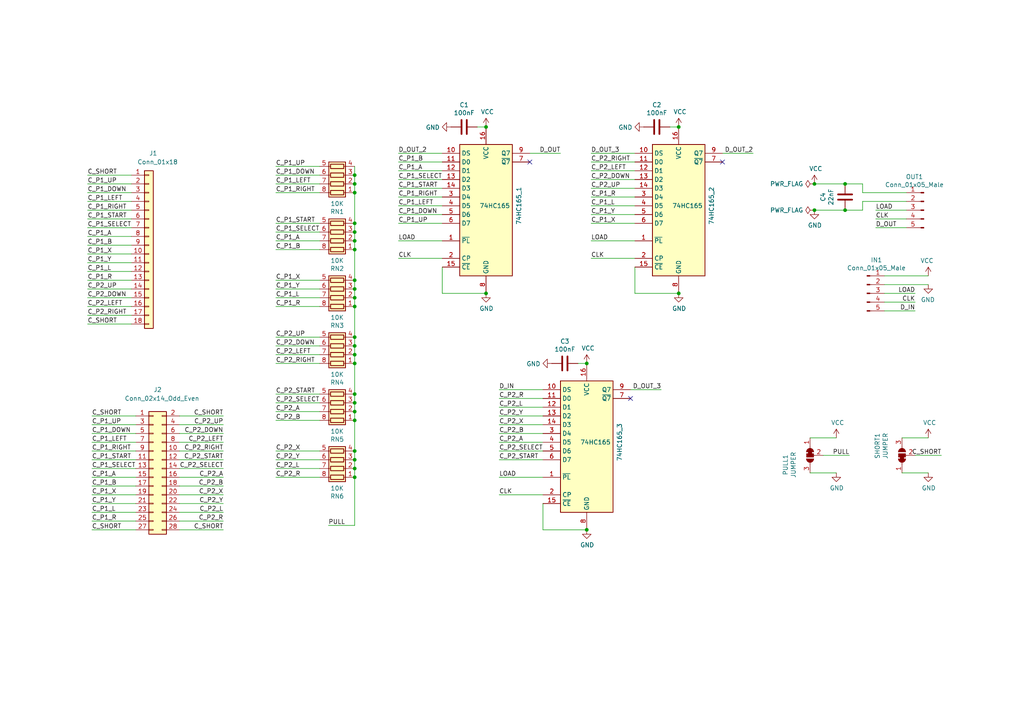
<source format=kicad_sch>
(kicad_sch (version 20211123) (generator eeschema)

  (uuid e63e39d7-6ac0-4ffd-8aa3-1841a4541b55)

  (paper "A4")

  (title_block
    (title "Joystick Input")
    (rev "2")
    (company "Amos Home")
  )

  (lib_symbols
    (symbol "74xx:74HC165" (in_bom yes) (on_board yes)
      (property "Reference" "U" (id 0) (at -7.62 19.05 0)
        (effects (font (size 1.27 1.27)))
      )
      (property "Value" "74HC165" (id 1) (at -7.62 -21.59 0)
        (effects (font (size 1.27 1.27)))
      )
      (property "Footprint" "" (id 2) (at 0 0 0)
        (effects (font (size 1.27 1.27)) hide)
      )
      (property "Datasheet" "https://assets.nexperia.com/documents/data-sheet/74HC_HCT165.pdf" (id 3) (at 0 0 0)
        (effects (font (size 1.27 1.27)) hide)
      )
      (property "ki_keywords" "8 bit shift register parallel load cmos" (id 4) (at 0 0 0)
        (effects (font (size 1.27 1.27)) hide)
      )
      (property "ki_description" "Shift Register, 8-bit, Parallel Load" (id 5) (at 0 0 0)
        (effects (font (size 1.27 1.27)) hide)
      )
      (property "ki_fp_filters" "DIP?16* SO*16*3.9x9.9mm*P1.27mm* SSOP*16*5.3x6.2mm*P0.65mm* TSSOP*16*4.4x5mm*P0.65*" (id 6) (at 0 0 0)
        (effects (font (size 1.27 1.27)) hide)
      )
      (symbol "74HC165_1_0"
        (pin input line (at -12.7 -10.16 0) (length 5.08)
          (name "~{PL}" (effects (font (size 1.27 1.27))))
          (number "1" (effects (font (size 1.27 1.27))))
        )
        (pin input line (at -12.7 15.24 0) (length 5.08)
          (name "DS" (effects (font (size 1.27 1.27))))
          (number "10" (effects (font (size 1.27 1.27))))
        )
        (pin input line (at -12.7 12.7 0) (length 5.08)
          (name "D0" (effects (font (size 1.27 1.27))))
          (number "11" (effects (font (size 1.27 1.27))))
        )
        (pin input line (at -12.7 10.16 0) (length 5.08)
          (name "D1" (effects (font (size 1.27 1.27))))
          (number "12" (effects (font (size 1.27 1.27))))
        )
        (pin input line (at -12.7 7.62 0) (length 5.08)
          (name "D2" (effects (font (size 1.27 1.27))))
          (number "13" (effects (font (size 1.27 1.27))))
        )
        (pin input line (at -12.7 5.08 0) (length 5.08)
          (name "D3" (effects (font (size 1.27 1.27))))
          (number "14" (effects (font (size 1.27 1.27))))
        )
        (pin input line (at -12.7 -17.78 0) (length 5.08)
          (name "~{CE}" (effects (font (size 1.27 1.27))))
          (number "15" (effects (font (size 1.27 1.27))))
        )
        (pin power_in line (at 0 22.86 270) (length 5.08)
          (name "VCC" (effects (font (size 1.27 1.27))))
          (number "16" (effects (font (size 1.27 1.27))))
        )
        (pin input line (at -12.7 -15.24 0) (length 5.08)
          (name "CP" (effects (font (size 1.27 1.27))))
          (number "2" (effects (font (size 1.27 1.27))))
        )
        (pin input line (at -12.7 2.54 0) (length 5.08)
          (name "D4" (effects (font (size 1.27 1.27))))
          (number "3" (effects (font (size 1.27 1.27))))
        )
        (pin input line (at -12.7 0 0) (length 5.08)
          (name "D5" (effects (font (size 1.27 1.27))))
          (number "4" (effects (font (size 1.27 1.27))))
        )
        (pin input line (at -12.7 -2.54 0) (length 5.08)
          (name "D6" (effects (font (size 1.27 1.27))))
          (number "5" (effects (font (size 1.27 1.27))))
        )
        (pin input line (at -12.7 -5.08 0) (length 5.08)
          (name "D7" (effects (font (size 1.27 1.27))))
          (number "6" (effects (font (size 1.27 1.27))))
        )
        (pin output line (at 12.7 12.7 180) (length 5.08)
          (name "~{Q7}" (effects (font (size 1.27 1.27))))
          (number "7" (effects (font (size 1.27 1.27))))
        )
        (pin power_in line (at 0 -25.4 90) (length 5.08)
          (name "GND" (effects (font (size 1.27 1.27))))
          (number "8" (effects (font (size 1.27 1.27))))
        )
        (pin output line (at 12.7 15.24 180) (length 5.08)
          (name "Q7" (effects (font (size 1.27 1.27))))
          (number "9" (effects (font (size 1.27 1.27))))
        )
      )
      (symbol "74HC165_1_1"
        (rectangle (start -7.62 17.78) (end 7.62 -20.32)
          (stroke (width 0.254) (type default) (color 0 0 0 0))
          (fill (type background))
        )
      )
    )
    (symbol "Connector:Conn_01x05_Male" (pin_names (offset 1.016) hide) (in_bom yes) (on_board yes)
      (property "Reference" "J" (id 0) (at 0 7.62 0)
        (effects (font (size 1.27 1.27)))
      )
      (property "Value" "Conn_01x05_Male" (id 1) (at 0 -7.62 0)
        (effects (font (size 1.27 1.27)))
      )
      (property "Footprint" "" (id 2) (at 0 0 0)
        (effects (font (size 1.27 1.27)) hide)
      )
      (property "Datasheet" "~" (id 3) (at 0 0 0)
        (effects (font (size 1.27 1.27)) hide)
      )
      (property "ki_keywords" "connector" (id 4) (at 0 0 0)
        (effects (font (size 1.27 1.27)) hide)
      )
      (property "ki_description" "Generic connector, single row, 01x05, script generated (kicad-library-utils/schlib/autogen/connector/)" (id 5) (at 0 0 0)
        (effects (font (size 1.27 1.27)) hide)
      )
      (property "ki_fp_filters" "Connector*:*_1x??_*" (id 6) (at 0 0 0)
        (effects (font (size 1.27 1.27)) hide)
      )
      (symbol "Conn_01x05_Male_1_1"
        (polyline
          (pts
            (xy 1.27 -5.08)
            (xy 0.8636 -5.08)
          )
          (stroke (width 0.1524) (type default) (color 0 0 0 0))
          (fill (type none))
        )
        (polyline
          (pts
            (xy 1.27 -2.54)
            (xy 0.8636 -2.54)
          )
          (stroke (width 0.1524) (type default) (color 0 0 0 0))
          (fill (type none))
        )
        (polyline
          (pts
            (xy 1.27 0)
            (xy 0.8636 0)
          )
          (stroke (width 0.1524) (type default) (color 0 0 0 0))
          (fill (type none))
        )
        (polyline
          (pts
            (xy 1.27 2.54)
            (xy 0.8636 2.54)
          )
          (stroke (width 0.1524) (type default) (color 0 0 0 0))
          (fill (type none))
        )
        (polyline
          (pts
            (xy 1.27 5.08)
            (xy 0.8636 5.08)
          )
          (stroke (width 0.1524) (type default) (color 0 0 0 0))
          (fill (type none))
        )
        (rectangle (start 0.8636 -4.953) (end 0 -5.207)
          (stroke (width 0.1524) (type default) (color 0 0 0 0))
          (fill (type outline))
        )
        (rectangle (start 0.8636 -2.413) (end 0 -2.667)
          (stroke (width 0.1524) (type default) (color 0 0 0 0))
          (fill (type outline))
        )
        (rectangle (start 0.8636 0.127) (end 0 -0.127)
          (stroke (width 0.1524) (type default) (color 0 0 0 0))
          (fill (type outline))
        )
        (rectangle (start 0.8636 2.667) (end 0 2.413)
          (stroke (width 0.1524) (type default) (color 0 0 0 0))
          (fill (type outline))
        )
        (rectangle (start 0.8636 5.207) (end 0 4.953)
          (stroke (width 0.1524) (type default) (color 0 0 0 0))
          (fill (type outline))
        )
        (pin passive line (at 5.08 5.08 180) (length 3.81)
          (name "Pin_1" (effects (font (size 1.27 1.27))))
          (number "1" (effects (font (size 1.27 1.27))))
        )
        (pin passive line (at 5.08 2.54 180) (length 3.81)
          (name "Pin_2" (effects (font (size 1.27 1.27))))
          (number "2" (effects (font (size 1.27 1.27))))
        )
        (pin passive line (at 5.08 0 180) (length 3.81)
          (name "Pin_3" (effects (font (size 1.27 1.27))))
          (number "3" (effects (font (size 1.27 1.27))))
        )
        (pin passive line (at 5.08 -2.54 180) (length 3.81)
          (name "Pin_4" (effects (font (size 1.27 1.27))))
          (number "4" (effects (font (size 1.27 1.27))))
        )
        (pin passive line (at 5.08 -5.08 180) (length 3.81)
          (name "Pin_5" (effects (font (size 1.27 1.27))))
          (number "5" (effects (font (size 1.27 1.27))))
        )
      )
    )
    (symbol "Connector_Generic:Conn_01x18" (pin_names (offset 1.016) hide) (in_bom yes) (on_board yes)
      (property "Reference" "J" (id 0) (at 0 22.86 0)
        (effects (font (size 1.27 1.27)))
      )
      (property "Value" "Conn_01x18" (id 1) (at 0 -25.4 0)
        (effects (font (size 1.27 1.27)))
      )
      (property "Footprint" "" (id 2) (at 0 0 0)
        (effects (font (size 1.27 1.27)) hide)
      )
      (property "Datasheet" "~" (id 3) (at 0 0 0)
        (effects (font (size 1.27 1.27)) hide)
      )
      (property "ki_keywords" "connector" (id 4) (at 0 0 0)
        (effects (font (size 1.27 1.27)) hide)
      )
      (property "ki_description" "Generic connector, single row, 01x18, script generated (kicad-library-utils/schlib/autogen/connector/)" (id 5) (at 0 0 0)
        (effects (font (size 1.27 1.27)) hide)
      )
      (property "ki_fp_filters" "Connector*:*_1x??_*" (id 6) (at 0 0 0)
        (effects (font (size 1.27 1.27)) hide)
      )
      (symbol "Conn_01x18_1_1"
        (rectangle (start -1.27 -22.733) (end 0 -22.987)
          (stroke (width 0.1524) (type default) (color 0 0 0 0))
          (fill (type none))
        )
        (rectangle (start -1.27 -20.193) (end 0 -20.447)
          (stroke (width 0.1524) (type default) (color 0 0 0 0))
          (fill (type none))
        )
        (rectangle (start -1.27 -17.653) (end 0 -17.907)
          (stroke (width 0.1524) (type default) (color 0 0 0 0))
          (fill (type none))
        )
        (rectangle (start -1.27 -15.113) (end 0 -15.367)
          (stroke (width 0.1524) (type default) (color 0 0 0 0))
          (fill (type none))
        )
        (rectangle (start -1.27 -12.573) (end 0 -12.827)
          (stroke (width 0.1524) (type default) (color 0 0 0 0))
          (fill (type none))
        )
        (rectangle (start -1.27 -10.033) (end 0 -10.287)
          (stroke (width 0.1524) (type default) (color 0 0 0 0))
          (fill (type none))
        )
        (rectangle (start -1.27 -7.493) (end 0 -7.747)
          (stroke (width 0.1524) (type default) (color 0 0 0 0))
          (fill (type none))
        )
        (rectangle (start -1.27 -4.953) (end 0 -5.207)
          (stroke (width 0.1524) (type default) (color 0 0 0 0))
          (fill (type none))
        )
        (rectangle (start -1.27 -2.413) (end 0 -2.667)
          (stroke (width 0.1524) (type default) (color 0 0 0 0))
          (fill (type none))
        )
        (rectangle (start -1.27 0.127) (end 0 -0.127)
          (stroke (width 0.1524) (type default) (color 0 0 0 0))
          (fill (type none))
        )
        (rectangle (start -1.27 2.667) (end 0 2.413)
          (stroke (width 0.1524) (type default) (color 0 0 0 0))
          (fill (type none))
        )
        (rectangle (start -1.27 5.207) (end 0 4.953)
          (stroke (width 0.1524) (type default) (color 0 0 0 0))
          (fill (type none))
        )
        (rectangle (start -1.27 7.747) (end 0 7.493)
          (stroke (width 0.1524) (type default) (color 0 0 0 0))
          (fill (type none))
        )
        (rectangle (start -1.27 10.287) (end 0 10.033)
          (stroke (width 0.1524) (type default) (color 0 0 0 0))
          (fill (type none))
        )
        (rectangle (start -1.27 12.827) (end 0 12.573)
          (stroke (width 0.1524) (type default) (color 0 0 0 0))
          (fill (type none))
        )
        (rectangle (start -1.27 15.367) (end 0 15.113)
          (stroke (width 0.1524) (type default) (color 0 0 0 0))
          (fill (type none))
        )
        (rectangle (start -1.27 17.907) (end 0 17.653)
          (stroke (width 0.1524) (type default) (color 0 0 0 0))
          (fill (type none))
        )
        (rectangle (start -1.27 20.447) (end 0 20.193)
          (stroke (width 0.1524) (type default) (color 0 0 0 0))
          (fill (type none))
        )
        (rectangle (start -1.27 21.59) (end 1.27 -24.13)
          (stroke (width 0.254) (type default) (color 0 0 0 0))
          (fill (type background))
        )
        (pin passive line (at -5.08 20.32 0) (length 3.81)
          (name "Pin_1" (effects (font (size 1.27 1.27))))
          (number "1" (effects (font (size 1.27 1.27))))
        )
        (pin passive line (at -5.08 -2.54 0) (length 3.81)
          (name "Pin_10" (effects (font (size 1.27 1.27))))
          (number "10" (effects (font (size 1.27 1.27))))
        )
        (pin passive line (at -5.08 -5.08 0) (length 3.81)
          (name "Pin_11" (effects (font (size 1.27 1.27))))
          (number "11" (effects (font (size 1.27 1.27))))
        )
        (pin passive line (at -5.08 -7.62 0) (length 3.81)
          (name "Pin_12" (effects (font (size 1.27 1.27))))
          (number "12" (effects (font (size 1.27 1.27))))
        )
        (pin passive line (at -5.08 -10.16 0) (length 3.81)
          (name "Pin_13" (effects (font (size 1.27 1.27))))
          (number "13" (effects (font (size 1.27 1.27))))
        )
        (pin passive line (at -5.08 -12.7 0) (length 3.81)
          (name "Pin_14" (effects (font (size 1.27 1.27))))
          (number "14" (effects (font (size 1.27 1.27))))
        )
        (pin passive line (at -5.08 -15.24 0) (length 3.81)
          (name "Pin_15" (effects (font (size 1.27 1.27))))
          (number "15" (effects (font (size 1.27 1.27))))
        )
        (pin passive line (at -5.08 -17.78 0) (length 3.81)
          (name "Pin_16" (effects (font (size 1.27 1.27))))
          (number "16" (effects (font (size 1.27 1.27))))
        )
        (pin passive line (at -5.08 -20.32 0) (length 3.81)
          (name "Pin_17" (effects (font (size 1.27 1.27))))
          (number "17" (effects (font (size 1.27 1.27))))
        )
        (pin passive line (at -5.08 -22.86 0) (length 3.81)
          (name "Pin_18" (effects (font (size 1.27 1.27))))
          (number "18" (effects (font (size 1.27 1.27))))
        )
        (pin passive line (at -5.08 17.78 0) (length 3.81)
          (name "Pin_2" (effects (font (size 1.27 1.27))))
          (number "2" (effects (font (size 1.27 1.27))))
        )
        (pin passive line (at -5.08 15.24 0) (length 3.81)
          (name "Pin_3" (effects (font (size 1.27 1.27))))
          (number "3" (effects (font (size 1.27 1.27))))
        )
        (pin passive line (at -5.08 12.7 0) (length 3.81)
          (name "Pin_4" (effects (font (size 1.27 1.27))))
          (number "4" (effects (font (size 1.27 1.27))))
        )
        (pin passive line (at -5.08 10.16 0) (length 3.81)
          (name "Pin_5" (effects (font (size 1.27 1.27))))
          (number "5" (effects (font (size 1.27 1.27))))
        )
        (pin passive line (at -5.08 7.62 0) (length 3.81)
          (name "Pin_6" (effects (font (size 1.27 1.27))))
          (number "6" (effects (font (size 1.27 1.27))))
        )
        (pin passive line (at -5.08 5.08 0) (length 3.81)
          (name "Pin_7" (effects (font (size 1.27 1.27))))
          (number "7" (effects (font (size 1.27 1.27))))
        )
        (pin passive line (at -5.08 2.54 0) (length 3.81)
          (name "Pin_8" (effects (font (size 1.27 1.27))))
          (number "8" (effects (font (size 1.27 1.27))))
        )
        (pin passive line (at -5.08 0 0) (length 3.81)
          (name "Pin_9" (effects (font (size 1.27 1.27))))
          (number "9" (effects (font (size 1.27 1.27))))
        )
      )
    )
    (symbol "Connector_Generic:Conn_02x14_Odd_Even" (pin_names (offset 1.016) hide) (in_bom yes) (on_board yes)
      (property "Reference" "J" (id 0) (at 1.27 17.78 0)
        (effects (font (size 1.27 1.27)))
      )
      (property "Value" "Conn_02x14_Odd_Even" (id 1) (at 1.27 -20.32 0)
        (effects (font (size 1.27 1.27)))
      )
      (property "Footprint" "" (id 2) (at 0 0 0)
        (effects (font (size 1.27 1.27)) hide)
      )
      (property "Datasheet" "~" (id 3) (at 0 0 0)
        (effects (font (size 1.27 1.27)) hide)
      )
      (property "ki_keywords" "connector" (id 4) (at 0 0 0)
        (effects (font (size 1.27 1.27)) hide)
      )
      (property "ki_description" "Generic connector, double row, 02x14, odd/even pin numbering scheme (row 1 odd numbers, row 2 even numbers), script generated (kicad-library-utils/schlib/autogen/connector/)" (id 5) (at 0 0 0)
        (effects (font (size 1.27 1.27)) hide)
      )
      (property "ki_fp_filters" "Connector*:*_2x??_*" (id 6) (at 0 0 0)
        (effects (font (size 1.27 1.27)) hide)
      )
      (symbol "Conn_02x14_Odd_Even_1_1"
        (rectangle (start -1.27 -17.653) (end 0 -17.907)
          (stroke (width 0.1524) (type default) (color 0 0 0 0))
          (fill (type none))
        )
        (rectangle (start -1.27 -15.113) (end 0 -15.367)
          (stroke (width 0.1524) (type default) (color 0 0 0 0))
          (fill (type none))
        )
        (rectangle (start -1.27 -12.573) (end 0 -12.827)
          (stroke (width 0.1524) (type default) (color 0 0 0 0))
          (fill (type none))
        )
        (rectangle (start -1.27 -10.033) (end 0 -10.287)
          (stroke (width 0.1524) (type default) (color 0 0 0 0))
          (fill (type none))
        )
        (rectangle (start -1.27 -7.493) (end 0 -7.747)
          (stroke (width 0.1524) (type default) (color 0 0 0 0))
          (fill (type none))
        )
        (rectangle (start -1.27 -4.953) (end 0 -5.207)
          (stroke (width 0.1524) (type default) (color 0 0 0 0))
          (fill (type none))
        )
        (rectangle (start -1.27 -2.413) (end 0 -2.667)
          (stroke (width 0.1524) (type default) (color 0 0 0 0))
          (fill (type none))
        )
        (rectangle (start -1.27 0.127) (end 0 -0.127)
          (stroke (width 0.1524) (type default) (color 0 0 0 0))
          (fill (type none))
        )
        (rectangle (start -1.27 2.667) (end 0 2.413)
          (stroke (width 0.1524) (type default) (color 0 0 0 0))
          (fill (type none))
        )
        (rectangle (start -1.27 5.207) (end 0 4.953)
          (stroke (width 0.1524) (type default) (color 0 0 0 0))
          (fill (type none))
        )
        (rectangle (start -1.27 7.747) (end 0 7.493)
          (stroke (width 0.1524) (type default) (color 0 0 0 0))
          (fill (type none))
        )
        (rectangle (start -1.27 10.287) (end 0 10.033)
          (stroke (width 0.1524) (type default) (color 0 0 0 0))
          (fill (type none))
        )
        (rectangle (start -1.27 12.827) (end 0 12.573)
          (stroke (width 0.1524) (type default) (color 0 0 0 0))
          (fill (type none))
        )
        (rectangle (start -1.27 15.367) (end 0 15.113)
          (stroke (width 0.1524) (type default) (color 0 0 0 0))
          (fill (type none))
        )
        (rectangle (start -1.27 16.51) (end 3.81 -19.05)
          (stroke (width 0.254) (type default) (color 0 0 0 0))
          (fill (type background))
        )
        (rectangle (start 3.81 -17.653) (end 2.54 -17.907)
          (stroke (width 0.1524) (type default) (color 0 0 0 0))
          (fill (type none))
        )
        (rectangle (start 3.81 -15.113) (end 2.54 -15.367)
          (stroke (width 0.1524) (type default) (color 0 0 0 0))
          (fill (type none))
        )
        (rectangle (start 3.81 -12.573) (end 2.54 -12.827)
          (stroke (width 0.1524) (type default) (color 0 0 0 0))
          (fill (type none))
        )
        (rectangle (start 3.81 -10.033) (end 2.54 -10.287)
          (stroke (width 0.1524) (type default) (color 0 0 0 0))
          (fill (type none))
        )
        (rectangle (start 3.81 -7.493) (end 2.54 -7.747)
          (stroke (width 0.1524) (type default) (color 0 0 0 0))
          (fill (type none))
        )
        (rectangle (start 3.81 -4.953) (end 2.54 -5.207)
          (stroke (width 0.1524) (type default) (color 0 0 0 0))
          (fill (type none))
        )
        (rectangle (start 3.81 -2.413) (end 2.54 -2.667)
          (stroke (width 0.1524) (type default) (color 0 0 0 0))
          (fill (type none))
        )
        (rectangle (start 3.81 0.127) (end 2.54 -0.127)
          (stroke (width 0.1524) (type default) (color 0 0 0 0))
          (fill (type none))
        )
        (rectangle (start 3.81 2.667) (end 2.54 2.413)
          (stroke (width 0.1524) (type default) (color 0 0 0 0))
          (fill (type none))
        )
        (rectangle (start 3.81 5.207) (end 2.54 4.953)
          (stroke (width 0.1524) (type default) (color 0 0 0 0))
          (fill (type none))
        )
        (rectangle (start 3.81 7.747) (end 2.54 7.493)
          (stroke (width 0.1524) (type default) (color 0 0 0 0))
          (fill (type none))
        )
        (rectangle (start 3.81 10.287) (end 2.54 10.033)
          (stroke (width 0.1524) (type default) (color 0 0 0 0))
          (fill (type none))
        )
        (rectangle (start 3.81 12.827) (end 2.54 12.573)
          (stroke (width 0.1524) (type default) (color 0 0 0 0))
          (fill (type none))
        )
        (rectangle (start 3.81 15.367) (end 2.54 15.113)
          (stroke (width 0.1524) (type default) (color 0 0 0 0))
          (fill (type none))
        )
        (pin passive line (at -5.08 15.24 0) (length 3.81)
          (name "Pin_1" (effects (font (size 1.27 1.27))))
          (number "1" (effects (font (size 1.27 1.27))))
        )
        (pin passive line (at 7.62 5.08 180) (length 3.81)
          (name "Pin_10" (effects (font (size 1.27 1.27))))
          (number "10" (effects (font (size 1.27 1.27))))
        )
        (pin passive line (at -5.08 2.54 0) (length 3.81)
          (name "Pin_11" (effects (font (size 1.27 1.27))))
          (number "11" (effects (font (size 1.27 1.27))))
        )
        (pin passive line (at 7.62 2.54 180) (length 3.81)
          (name "Pin_12" (effects (font (size 1.27 1.27))))
          (number "12" (effects (font (size 1.27 1.27))))
        )
        (pin passive line (at -5.08 0 0) (length 3.81)
          (name "Pin_13" (effects (font (size 1.27 1.27))))
          (number "13" (effects (font (size 1.27 1.27))))
        )
        (pin passive line (at 7.62 0 180) (length 3.81)
          (name "Pin_14" (effects (font (size 1.27 1.27))))
          (number "14" (effects (font (size 1.27 1.27))))
        )
        (pin passive line (at -5.08 -2.54 0) (length 3.81)
          (name "Pin_15" (effects (font (size 1.27 1.27))))
          (number "15" (effects (font (size 1.27 1.27))))
        )
        (pin passive line (at 7.62 -2.54 180) (length 3.81)
          (name "Pin_16" (effects (font (size 1.27 1.27))))
          (number "16" (effects (font (size 1.27 1.27))))
        )
        (pin passive line (at -5.08 -5.08 0) (length 3.81)
          (name "Pin_17" (effects (font (size 1.27 1.27))))
          (number "17" (effects (font (size 1.27 1.27))))
        )
        (pin passive line (at 7.62 -5.08 180) (length 3.81)
          (name "Pin_18" (effects (font (size 1.27 1.27))))
          (number "18" (effects (font (size 1.27 1.27))))
        )
        (pin passive line (at -5.08 -7.62 0) (length 3.81)
          (name "Pin_19" (effects (font (size 1.27 1.27))))
          (number "19" (effects (font (size 1.27 1.27))))
        )
        (pin passive line (at 7.62 15.24 180) (length 3.81)
          (name "Pin_2" (effects (font (size 1.27 1.27))))
          (number "2" (effects (font (size 1.27 1.27))))
        )
        (pin passive line (at 7.62 -7.62 180) (length 3.81)
          (name "Pin_20" (effects (font (size 1.27 1.27))))
          (number "20" (effects (font (size 1.27 1.27))))
        )
        (pin passive line (at -5.08 -10.16 0) (length 3.81)
          (name "Pin_21" (effects (font (size 1.27 1.27))))
          (number "21" (effects (font (size 1.27 1.27))))
        )
        (pin passive line (at 7.62 -10.16 180) (length 3.81)
          (name "Pin_22" (effects (font (size 1.27 1.27))))
          (number "22" (effects (font (size 1.27 1.27))))
        )
        (pin passive line (at -5.08 -12.7 0) (length 3.81)
          (name "Pin_23" (effects (font (size 1.27 1.27))))
          (number "23" (effects (font (size 1.27 1.27))))
        )
        (pin passive line (at 7.62 -12.7 180) (length 3.81)
          (name "Pin_24" (effects (font (size 1.27 1.27))))
          (number "24" (effects (font (size 1.27 1.27))))
        )
        (pin passive line (at -5.08 -15.24 0) (length 3.81)
          (name "Pin_25" (effects (font (size 1.27 1.27))))
          (number "25" (effects (font (size 1.27 1.27))))
        )
        (pin passive line (at 7.62 -15.24 180) (length 3.81)
          (name "Pin_26" (effects (font (size 1.27 1.27))))
          (number "26" (effects (font (size 1.27 1.27))))
        )
        (pin passive line (at -5.08 -17.78 0) (length 3.81)
          (name "Pin_27" (effects (font (size 1.27 1.27))))
          (number "27" (effects (font (size 1.27 1.27))))
        )
        (pin passive line (at 7.62 -17.78 180) (length 3.81)
          (name "Pin_28" (effects (font (size 1.27 1.27))))
          (number "28" (effects (font (size 1.27 1.27))))
        )
        (pin passive line (at -5.08 12.7 0) (length 3.81)
          (name "Pin_3" (effects (font (size 1.27 1.27))))
          (number "3" (effects (font (size 1.27 1.27))))
        )
        (pin passive line (at 7.62 12.7 180) (length 3.81)
          (name "Pin_4" (effects (font (size 1.27 1.27))))
          (number "4" (effects (font (size 1.27 1.27))))
        )
        (pin passive line (at -5.08 10.16 0) (length 3.81)
          (name "Pin_5" (effects (font (size 1.27 1.27))))
          (number "5" (effects (font (size 1.27 1.27))))
        )
        (pin passive line (at 7.62 10.16 180) (length 3.81)
          (name "Pin_6" (effects (font (size 1.27 1.27))))
          (number "6" (effects (font (size 1.27 1.27))))
        )
        (pin passive line (at -5.08 7.62 0) (length 3.81)
          (name "Pin_7" (effects (font (size 1.27 1.27))))
          (number "7" (effects (font (size 1.27 1.27))))
        )
        (pin passive line (at 7.62 7.62 180) (length 3.81)
          (name "Pin_8" (effects (font (size 1.27 1.27))))
          (number "8" (effects (font (size 1.27 1.27))))
        )
        (pin passive line (at -5.08 5.08 0) (length 3.81)
          (name "Pin_9" (effects (font (size 1.27 1.27))))
          (number "9" (effects (font (size 1.27 1.27))))
        )
      )
    )
    (symbol "Device:C" (pin_numbers hide) (pin_names (offset 0.254)) (in_bom yes) (on_board yes)
      (property "Reference" "C" (id 0) (at 0.635 2.54 0)
        (effects (font (size 1.27 1.27)) (justify left))
      )
      (property "Value" "C" (id 1) (at 0.635 -2.54 0)
        (effects (font (size 1.27 1.27)) (justify left))
      )
      (property "Footprint" "" (id 2) (at 0.9652 -3.81 0)
        (effects (font (size 1.27 1.27)) hide)
      )
      (property "Datasheet" "~" (id 3) (at 0 0 0)
        (effects (font (size 1.27 1.27)) hide)
      )
      (property "ki_keywords" "cap capacitor" (id 4) (at 0 0 0)
        (effects (font (size 1.27 1.27)) hide)
      )
      (property "ki_description" "Unpolarized capacitor" (id 5) (at 0 0 0)
        (effects (font (size 1.27 1.27)) hide)
      )
      (property "ki_fp_filters" "C_*" (id 6) (at 0 0 0)
        (effects (font (size 1.27 1.27)) hide)
      )
      (symbol "C_0_1"
        (polyline
          (pts
            (xy -2.032 -0.762)
            (xy 2.032 -0.762)
          )
          (stroke (width 0.508) (type default) (color 0 0 0 0))
          (fill (type none))
        )
        (polyline
          (pts
            (xy -2.032 0.762)
            (xy 2.032 0.762)
          )
          (stroke (width 0.508) (type default) (color 0 0 0 0))
          (fill (type none))
        )
      )
      (symbol "C_1_1"
        (pin passive line (at 0 3.81 270) (length 2.794)
          (name "~" (effects (font (size 1.27 1.27))))
          (number "1" (effects (font (size 1.27 1.27))))
        )
        (pin passive line (at 0 -3.81 90) (length 2.794)
          (name "~" (effects (font (size 1.27 1.27))))
          (number "2" (effects (font (size 1.27 1.27))))
        )
      )
    )
    (symbol "Device:R_Pack04" (pin_names (offset 0) hide) (in_bom yes) (on_board yes)
      (property "Reference" "RN" (id 0) (at -7.62 0 90)
        (effects (font (size 1.27 1.27)))
      )
      (property "Value" "R_Pack04" (id 1) (at 5.08 0 90)
        (effects (font (size 1.27 1.27)))
      )
      (property "Footprint" "" (id 2) (at 6.985 0 90)
        (effects (font (size 1.27 1.27)) hide)
      )
      (property "Datasheet" "~" (id 3) (at 0 0 0)
        (effects (font (size 1.27 1.27)) hide)
      )
      (property "ki_keywords" "R network parallel topology isolated" (id 4) (at 0 0 0)
        (effects (font (size 1.27 1.27)) hide)
      )
      (property "ki_description" "4 resistor network, parallel topology" (id 5) (at 0 0 0)
        (effects (font (size 1.27 1.27)) hide)
      )
      (property "ki_fp_filters" "DIP* SOIC* R*Array*Concave* R*Array*Convex*" (id 6) (at 0 0 0)
        (effects (font (size 1.27 1.27)) hide)
      )
      (symbol "R_Pack04_0_1"
        (rectangle (start -6.35 -2.413) (end 3.81 2.413)
          (stroke (width 0.254) (type default) (color 0 0 0 0))
          (fill (type background))
        )
        (rectangle (start -5.715 1.905) (end -4.445 -1.905)
          (stroke (width 0.254) (type default) (color 0 0 0 0))
          (fill (type none))
        )
        (rectangle (start -3.175 1.905) (end -1.905 -1.905)
          (stroke (width 0.254) (type default) (color 0 0 0 0))
          (fill (type none))
        )
        (rectangle (start -0.635 1.905) (end 0.635 -1.905)
          (stroke (width 0.254) (type default) (color 0 0 0 0))
          (fill (type none))
        )
        (polyline
          (pts
            (xy -5.08 -2.54)
            (xy -5.08 -1.905)
          )
          (stroke (width 0) (type default) (color 0 0 0 0))
          (fill (type none))
        )
        (polyline
          (pts
            (xy -5.08 1.905)
            (xy -5.08 2.54)
          )
          (stroke (width 0) (type default) (color 0 0 0 0))
          (fill (type none))
        )
        (polyline
          (pts
            (xy -2.54 -2.54)
            (xy -2.54 -1.905)
          )
          (stroke (width 0) (type default) (color 0 0 0 0))
          (fill (type none))
        )
        (polyline
          (pts
            (xy -2.54 1.905)
            (xy -2.54 2.54)
          )
          (stroke (width 0) (type default) (color 0 0 0 0))
          (fill (type none))
        )
        (polyline
          (pts
            (xy 0 -2.54)
            (xy 0 -1.905)
          )
          (stroke (width 0) (type default) (color 0 0 0 0))
          (fill (type none))
        )
        (polyline
          (pts
            (xy 0 1.905)
            (xy 0 2.54)
          )
          (stroke (width 0) (type default) (color 0 0 0 0))
          (fill (type none))
        )
        (polyline
          (pts
            (xy 2.54 -2.54)
            (xy 2.54 -1.905)
          )
          (stroke (width 0) (type default) (color 0 0 0 0))
          (fill (type none))
        )
        (polyline
          (pts
            (xy 2.54 1.905)
            (xy 2.54 2.54)
          )
          (stroke (width 0) (type default) (color 0 0 0 0))
          (fill (type none))
        )
        (rectangle (start 1.905 1.905) (end 3.175 -1.905)
          (stroke (width 0.254) (type default) (color 0 0 0 0))
          (fill (type none))
        )
      )
      (symbol "R_Pack04_1_1"
        (pin passive line (at -5.08 -5.08 90) (length 2.54)
          (name "R1.1" (effects (font (size 1.27 1.27))))
          (number "1" (effects (font (size 1.27 1.27))))
        )
        (pin passive line (at -2.54 -5.08 90) (length 2.54)
          (name "R2.1" (effects (font (size 1.27 1.27))))
          (number "2" (effects (font (size 1.27 1.27))))
        )
        (pin passive line (at 0 -5.08 90) (length 2.54)
          (name "R3.1" (effects (font (size 1.27 1.27))))
          (number "3" (effects (font (size 1.27 1.27))))
        )
        (pin passive line (at 2.54 -5.08 90) (length 2.54)
          (name "R4.1" (effects (font (size 1.27 1.27))))
          (number "4" (effects (font (size 1.27 1.27))))
        )
        (pin passive line (at 2.54 5.08 270) (length 2.54)
          (name "R4.2" (effects (font (size 1.27 1.27))))
          (number "5" (effects (font (size 1.27 1.27))))
        )
        (pin passive line (at 0 5.08 270) (length 2.54)
          (name "R3.2" (effects (font (size 1.27 1.27))))
          (number "6" (effects (font (size 1.27 1.27))))
        )
        (pin passive line (at -2.54 5.08 270) (length 2.54)
          (name "R2.2" (effects (font (size 1.27 1.27))))
          (number "7" (effects (font (size 1.27 1.27))))
        )
        (pin passive line (at -5.08 5.08 270) (length 2.54)
          (name "R1.2" (effects (font (size 1.27 1.27))))
          (number "8" (effects (font (size 1.27 1.27))))
        )
      )
    )
    (symbol "Jumper:SolderJumper_3_Bridged12" (pin_names (offset 0) hide) (in_bom yes) (on_board yes)
      (property "Reference" "JP" (id 0) (at -2.54 -2.54 0)
        (effects (font (size 1.27 1.27)))
      )
      (property "Value" "SolderJumper_3_Bridged12" (id 1) (at 0 2.794 0)
        (effects (font (size 1.27 1.27)))
      )
      (property "Footprint" "" (id 2) (at 0 0 0)
        (effects (font (size 1.27 1.27)) hide)
      )
      (property "Datasheet" "~" (id 3) (at 0 0 0)
        (effects (font (size 1.27 1.27)) hide)
      )
      (property "ki_keywords" "Solder Jumper SPDT" (id 4) (at 0 0 0)
        (effects (font (size 1.27 1.27)) hide)
      )
      (property "ki_description" "3-pole Solder Jumper, pins 1+2 closed/bridged" (id 5) (at 0 0 0)
        (effects (font (size 1.27 1.27)) hide)
      )
      (property "ki_fp_filters" "SolderJumper*Bridged12*" (id 6) (at 0 0 0)
        (effects (font (size 1.27 1.27)) hide)
      )
      (symbol "SolderJumper_3_Bridged12_0_1"
        (rectangle (start -1.016 0.508) (end -0.508 -0.508)
          (stroke (width 0) (type default) (color 0 0 0 0))
          (fill (type outline))
        )
        (arc (start -1.016 1.016) (mid -2.032 0) (end -1.016 -1.016)
          (stroke (width 0) (type default) (color 0 0 0 0))
          (fill (type none))
        )
        (arc (start -1.016 1.016) (mid -2.032 0) (end -1.016 -1.016)
          (stroke (width 0) (type default) (color 0 0 0 0))
          (fill (type outline))
        )
        (rectangle (start -0.508 1.016) (end 0.508 -1.016)
          (stroke (width 0) (type default) (color 0 0 0 0))
          (fill (type outline))
        )
        (polyline
          (pts
            (xy -2.54 0)
            (xy -2.032 0)
          )
          (stroke (width 0) (type default) (color 0 0 0 0))
          (fill (type none))
        )
        (polyline
          (pts
            (xy -1.016 1.016)
            (xy -1.016 -1.016)
          )
          (stroke (width 0) (type default) (color 0 0 0 0))
          (fill (type none))
        )
        (polyline
          (pts
            (xy 0 -1.27)
            (xy 0 -1.016)
          )
          (stroke (width 0) (type default) (color 0 0 0 0))
          (fill (type none))
        )
        (polyline
          (pts
            (xy 1.016 1.016)
            (xy 1.016 -1.016)
          )
          (stroke (width 0) (type default) (color 0 0 0 0))
          (fill (type none))
        )
        (polyline
          (pts
            (xy 2.54 0)
            (xy 2.032 0)
          )
          (stroke (width 0) (type default) (color 0 0 0 0))
          (fill (type none))
        )
        (arc (start 1.016 -1.016) (mid 2.032 0) (end 1.016 1.016)
          (stroke (width 0) (type default) (color 0 0 0 0))
          (fill (type none))
        )
        (arc (start 1.016 -1.016) (mid 2.032 0) (end 1.016 1.016)
          (stroke (width 0) (type default) (color 0 0 0 0))
          (fill (type outline))
        )
      )
      (symbol "SolderJumper_3_Bridged12_1_1"
        (pin passive line (at -5.08 0 0) (length 2.54)
          (name "A" (effects (font (size 1.27 1.27))))
          (number "1" (effects (font (size 1.27 1.27))))
        )
        (pin passive line (at 0 -3.81 90) (length 2.54)
          (name "C" (effects (font (size 1.27 1.27))))
          (number "2" (effects (font (size 1.27 1.27))))
        )
        (pin passive line (at 5.08 0 180) (length 2.54)
          (name "B" (effects (font (size 1.27 1.27))))
          (number "3" (effects (font (size 1.27 1.27))))
        )
      )
    )
    (symbol "power:GND" (power) (pin_names (offset 0)) (in_bom yes) (on_board yes)
      (property "Reference" "#PWR" (id 0) (at 0 -6.35 0)
        (effects (font (size 1.27 1.27)) hide)
      )
      (property "Value" "GND" (id 1) (at 0 -3.81 0)
        (effects (font (size 1.27 1.27)))
      )
      (property "Footprint" "" (id 2) (at 0 0 0)
        (effects (font (size 1.27 1.27)) hide)
      )
      (property "Datasheet" "" (id 3) (at 0 0 0)
        (effects (font (size 1.27 1.27)) hide)
      )
      (property "ki_keywords" "power-flag" (id 4) (at 0 0 0)
        (effects (font (size 1.27 1.27)) hide)
      )
      (property "ki_description" "Power symbol creates a global label with name \"GND\" , ground" (id 5) (at 0 0 0)
        (effects (font (size 1.27 1.27)) hide)
      )
      (symbol "GND_0_1"
        (polyline
          (pts
            (xy 0 0)
            (xy 0 -1.27)
            (xy 1.27 -1.27)
            (xy 0 -2.54)
            (xy -1.27 -1.27)
            (xy 0 -1.27)
          )
          (stroke (width 0) (type default) (color 0 0 0 0))
          (fill (type none))
        )
      )
      (symbol "GND_1_1"
        (pin power_in line (at 0 0 270) (length 0) hide
          (name "GND" (effects (font (size 1.27 1.27))))
          (number "1" (effects (font (size 1.27 1.27))))
        )
      )
    )
    (symbol "power:PWR_FLAG" (power) (pin_numbers hide) (pin_names (offset 0) hide) (in_bom yes) (on_board yes)
      (property "Reference" "#FLG" (id 0) (at 0 1.905 0)
        (effects (font (size 1.27 1.27)) hide)
      )
      (property "Value" "PWR_FLAG" (id 1) (at 0 3.81 0)
        (effects (font (size 1.27 1.27)))
      )
      (property "Footprint" "" (id 2) (at 0 0 0)
        (effects (font (size 1.27 1.27)) hide)
      )
      (property "Datasheet" "~" (id 3) (at 0 0 0)
        (effects (font (size 1.27 1.27)) hide)
      )
      (property "ki_keywords" "power-flag" (id 4) (at 0 0 0)
        (effects (font (size 1.27 1.27)) hide)
      )
      (property "ki_description" "Special symbol for telling ERC where power comes from" (id 5) (at 0 0 0)
        (effects (font (size 1.27 1.27)) hide)
      )
      (symbol "PWR_FLAG_0_0"
        (pin power_out line (at 0 0 90) (length 0)
          (name "pwr" (effects (font (size 1.27 1.27))))
          (number "1" (effects (font (size 1.27 1.27))))
        )
      )
      (symbol "PWR_FLAG_0_1"
        (polyline
          (pts
            (xy 0 0)
            (xy 0 1.27)
            (xy -1.016 1.905)
            (xy 0 2.54)
            (xy 1.016 1.905)
            (xy 0 1.27)
          )
          (stroke (width 0) (type default) (color 0 0 0 0))
          (fill (type none))
        )
      )
    )
    (symbol "power:VCC" (power) (pin_names (offset 0)) (in_bom yes) (on_board yes)
      (property "Reference" "#PWR" (id 0) (at 0 -3.81 0)
        (effects (font (size 1.27 1.27)) hide)
      )
      (property "Value" "VCC" (id 1) (at 0 3.81 0)
        (effects (font (size 1.27 1.27)))
      )
      (property "Footprint" "" (id 2) (at 0 0 0)
        (effects (font (size 1.27 1.27)) hide)
      )
      (property "Datasheet" "" (id 3) (at 0 0 0)
        (effects (font (size 1.27 1.27)) hide)
      )
      (property "ki_keywords" "power-flag" (id 4) (at 0 0 0)
        (effects (font (size 1.27 1.27)) hide)
      )
      (property "ki_description" "Power symbol creates a global label with name \"VCC\"" (id 5) (at 0 0 0)
        (effects (font (size 1.27 1.27)) hide)
      )
      (symbol "VCC_0_1"
        (polyline
          (pts
            (xy -0.762 1.27)
            (xy 0 2.54)
          )
          (stroke (width 0) (type default) (color 0 0 0 0))
          (fill (type none))
        )
        (polyline
          (pts
            (xy 0 0)
            (xy 0 2.54)
          )
          (stroke (width 0) (type default) (color 0 0 0 0))
          (fill (type none))
        )
        (polyline
          (pts
            (xy 0 2.54)
            (xy 0.762 1.27)
          )
          (stroke (width 0) (type default) (color 0 0 0 0))
          (fill (type none))
        )
      )
      (symbol "VCC_1_1"
        (pin power_in line (at 0 0 90) (length 0) hide
          (name "VCC" (effects (font (size 1.27 1.27))))
          (number "1" (effects (font (size 1.27 1.27))))
        )
      )
    )
  )

  (junction (at 102.87 130.81) (diameter 0) (color 0 0 0 0)
    (uuid 0325ec43-0390-4ae2-b055-b1ec6ce17b1c)
  )
  (junction (at 102.87 81.28) (diameter 0) (color 0 0 0 0)
    (uuid 0351df45-d042-41d4-ba35-88092c7be2fc)
  )
  (junction (at 245.11 53.34) (diameter 0) (color 0 0 0 0)
    (uuid 0e19773a-7c06-4420-887f-d4c599be7171)
  )
  (junction (at 102.87 114.3) (diameter 0) (color 0 0 0 0)
    (uuid 0e1ed1c5-7428-4dc7-b76e-49b2d5f8177d)
  )
  (junction (at 102.87 64.77) (diameter 0) (color 0 0 0 0)
    (uuid 275aa44a-b61f-489f-9e2a-819a0fe0d1eb)
  )
  (junction (at 245.11 60.96) (diameter 0) (color 0 0 0 0)
    (uuid 2b8a47ba-53b0-4eb8-8125-f95e1829c87a)
  )
  (junction (at 102.87 69.85) (diameter 0) (color 0 0 0 0)
    (uuid 37e8181c-a81e-498b-b2e2-0aef0c391059)
  )
  (junction (at 102.87 86.36) (diameter 0) (color 0 0 0 0)
    (uuid 40165eda-4ba6-4565-9bb4-b9df6dbb08da)
  )
  (junction (at 102.87 119.38) (diameter 0) (color 0 0 0 0)
    (uuid 5114c7bf-b955-49f3-a0a8-4b954c81bde0)
  )
  (junction (at 102.87 97.79) (diameter 0) (color 0 0 0 0)
    (uuid 5bcace5d-edd0-4e19-92d0-835e43cf8eb2)
  )
  (junction (at 170.18 153.67) (diameter 0) (color 0 0 0 0)
    (uuid 5fc27c35-3e1c-4f96-817c-93b5570858a6)
  )
  (junction (at 236.22 53.34) (diameter 0) (color 0 0 0 0)
    (uuid 67859feb-bc87-40ef-a923-3da86d116486)
  )
  (junction (at 102.87 121.92) (diameter 0) (color 0 0 0 0)
    (uuid 6c2d26bc-6eca-436c-8025-79f817bf57d6)
  )
  (junction (at 102.87 102.87) (diameter 0) (color 0 0 0 0)
    (uuid 6ec113ca-7d27-4b14-a180-1e5e2fd1c167)
  )
  (junction (at 102.87 133.35) (diameter 0) (color 0 0 0 0)
    (uuid 721d1be9-236e-470b-ba69-f1cc6c43faf9)
  )
  (junction (at 236.22 60.96) (diameter 0) (color 0 0 0 0)
    (uuid 86199d17-3abe-49f3-9be3-bd3591e219aa)
  )
  (junction (at 102.87 138.43) (diameter 0) (color 0 0 0 0)
    (uuid 89e83c2e-e90a-4a50-b278-880bac0cfb49)
  )
  (junction (at 102.87 72.39) (diameter 0) (color 0 0 0 0)
    (uuid 8d9a3ecc-539f-41da-8099-d37cea9c28e7)
  )
  (junction (at 170.18 105.41) (diameter 0) (color 0 0 0 0)
    (uuid 8da933a9-35f8-42e6-8504-d1bab7264306)
  )
  (junction (at 102.87 88.9) (diameter 0) (color 0 0 0 0)
    (uuid 8e06ba1f-e3ba-4eb9-a10e-887dffd566d6)
  )
  (junction (at 102.87 135.89) (diameter 0) (color 0 0 0 0)
    (uuid a5e521b9-814e-4853-a5ac-f158785c6269)
  )
  (junction (at 102.87 83.82) (diameter 0) (color 0 0 0 0)
    (uuid aa2ea573-3f20-43c1-aa99-1f9c6031a9aa)
  )
  (junction (at 102.87 67.31) (diameter 0) (color 0 0 0 0)
    (uuid b447dbb1-d38e-4a15-93cb-12c25382ea53)
  )
  (junction (at 102.87 100.33) (diameter 0) (color 0 0 0 0)
    (uuid bd065eaf-e495-4837-bdb3-129934de1fc7)
  )
  (junction (at 102.87 50.8) (diameter 0) (color 0 0 0 0)
    (uuid bd9595a1-04f3-4fda-8f1b-e65ad874edd3)
  )
  (junction (at 102.87 53.34) (diameter 0) (color 0 0 0 0)
    (uuid be645d0f-8568-47a0-a152-e3ddd33563eb)
  )
  (junction (at 196.85 36.83) (diameter 0) (color 0 0 0 0)
    (uuid c01d25cd-f4bb-4ef3-b5ea-533a2a4ddb2b)
  )
  (junction (at 140.97 85.09) (diameter 0) (color 0 0 0 0)
    (uuid c201e1b2-fc01-4110-bdaa-a33290468c83)
  )
  (junction (at 140.97 36.83) (diameter 0) (color 0 0 0 0)
    (uuid cbd8faed-e1f8-4406-87c8-58b2c504a5d4)
  )
  (junction (at 102.87 55.88) (diameter 0) (color 0 0 0 0)
    (uuid d5b800ca-1ab6-4b66-b5f7-2dda5658b504)
  )
  (junction (at 196.85 85.09) (diameter 0) (color 0 0 0 0)
    (uuid dabe541b-b164-4180-97a4-5ca761b86800)
  )
  (junction (at 102.87 105.41) (diameter 0) (color 0 0 0 0)
    (uuid e43dbe34-ed17-4e35-a5c7-2f1679b3c415)
  )
  (junction (at 102.87 116.84) (diameter 0) (color 0 0 0 0)
    (uuid f202141e-c20d-4cac-b016-06a44f2ecce8)
  )

  (no_connect (at 209.55 46.99) (uuid 128e34ce-eee7-477d-b905-a493e98db783))
  (no_connect (at 182.88 115.57) (uuid 716e31c5-485f-40b5-88e3-a75900da9811))
  (no_connect (at 153.67 46.99) (uuid c801d42e-dd94-493e-bd2f-6c3ddad43f55))

  (wire (pts (xy 171.45 54.61) (xy 184.15 54.61))
    (stroke (width 0) (type default) (color 0 0 0 0))
    (uuid 0147f16a-c952-4891-8f53-a9fb8cddeb8d)
  )
  (wire (pts (xy 38.1 73.66) (xy 25.4 73.66))
    (stroke (width 0) (type default) (color 0 0 0 0))
    (uuid 01e9b6e7-adf9-4ee7-9447-a588630ee4a2)
  )
  (wire (pts (xy 52.07 151.13) (xy 64.77 151.13))
    (stroke (width 0) (type default) (color 0 0 0 0))
    (uuid 03caada9-9e22-4e2d-9035-b15433dfbb17)
  )
  (wire (pts (xy 38.1 86.36) (xy 25.4 86.36))
    (stroke (width 0) (type default) (color 0 0 0 0))
    (uuid 0755aee5-bc01-4cb5-b830-583289df50a3)
  )
  (wire (pts (xy 92.71 102.87) (xy 80.01 102.87))
    (stroke (width 0) (type default) (color 0 0 0 0))
    (uuid 097edb1b-8998-4e70-b670-bba125982348)
  )
  (wire (pts (xy 92.71 86.36) (xy 80.01 86.36))
    (stroke (width 0) (type default) (color 0 0 0 0))
    (uuid 099096e4-8c2a-4d84-a16f-06b4b6330e7a)
  )
  (wire (pts (xy 38.1 66.04) (xy 25.4 66.04))
    (stroke (width 0) (type default) (color 0 0 0 0))
    (uuid 0c3dceba-7c95-4b3d-b590-0eb581444beb)
  )
  (wire (pts (xy 26.67 151.13) (xy 39.37 151.13))
    (stroke (width 0) (type default) (color 0 0 0 0))
    (uuid 0ce8d3ab-2662-4158-8a2a-18b782908fc5)
  )
  (wire (pts (xy 171.45 62.23) (xy 184.15 62.23))
    (stroke (width 0) (type default) (color 0 0 0 0))
    (uuid 0d0bb7b2-a6e5-46d2-9492-a1aa6e5a7b2f)
  )
  (wire (pts (xy 26.67 146.05) (xy 39.37 146.05))
    (stroke (width 0) (type default) (color 0 0 0 0))
    (uuid 0e8f7fc0-2ef2-4b90-9c15-8a3a601ee459)
  )
  (wire (pts (xy 144.78 125.73) (xy 157.48 125.73))
    (stroke (width 0) (type default) (color 0 0 0 0))
    (uuid 0eaa98f0-9565-4637-ace3-42a5231b07f7)
  )
  (wire (pts (xy 261.62 137.16) (xy 269.24 137.16))
    (stroke (width 0) (type default) (color 0 0 0 0))
    (uuid 0f41a909-27c4-4be2-9d5e-9ae2108c8ff5)
  )
  (wire (pts (xy 92.71 53.34) (xy 80.01 53.34))
    (stroke (width 0) (type default) (color 0 0 0 0))
    (uuid 101ef598-601d-400e-9ef6-d655fbb1dbfa)
  )
  (wire (pts (xy 115.57 52.07) (xy 128.27 52.07))
    (stroke (width 0) (type default) (color 0 0 0 0))
    (uuid 120a7b0f-ddfd-4447-85c1-35665465acdb)
  )
  (wire (pts (xy 102.87 86.36) (xy 102.87 88.9))
    (stroke (width 0) (type default) (color 0 0 0 0))
    (uuid 12422a89-3d0c-485c-9386-f77121fd68fd)
  )
  (wire (pts (xy 115.57 44.45) (xy 128.27 44.45))
    (stroke (width 0) (type default) (color 0 0 0 0))
    (uuid 13475e15-f37c-4de8-857e-1722b0c39513)
  )
  (wire (pts (xy 250.19 55.88) (xy 262.89 55.88))
    (stroke (width 0) (type default) (color 0 0 0 0))
    (uuid 13abf99d-5265-4779-8973-e94370fd18ff)
  )
  (wire (pts (xy 171.45 74.93) (xy 184.15 74.93))
    (stroke (width 0) (type default) (color 0 0 0 0))
    (uuid 15875808-74d5-4210-b8ca-aa8fbc04ae21)
  )
  (wire (pts (xy 144.78 128.27) (xy 157.48 128.27))
    (stroke (width 0) (type default) (color 0 0 0 0))
    (uuid 181abe7a-f941-42b6-bd46-aaa3131f90fb)
  )
  (wire (pts (xy 102.87 116.84) (xy 102.87 119.38))
    (stroke (width 0) (type default) (color 0 0 0 0))
    (uuid 182b2d54-931d-49d6-9f39-60a752623e36)
  )
  (wire (pts (xy 144.78 143.51) (xy 157.48 143.51))
    (stroke (width 0) (type default) (color 0 0 0 0))
    (uuid 1831fb37-1c5d-42c4-b898-151be6fca9dc)
  )
  (wire (pts (xy 102.87 152.4) (xy 95.25 152.4))
    (stroke (width 0) (type default) (color 0 0 0 0))
    (uuid 1a1ab354-5f85-45f9-938c-9f6c4c8c3ea2)
  )
  (wire (pts (xy 245.11 60.96) (xy 250.19 60.96))
    (stroke (width 0) (type default) (color 0 0 0 0))
    (uuid 1ce97b07-a889-44b1-8b87-3b6835afd9d8)
  )
  (wire (pts (xy 250.19 55.88) (xy 250.19 53.34))
    (stroke (width 0) (type default) (color 0 0 0 0))
    (uuid 1d5851e8-9bfc-4296-8b91-6c8051c1470e)
  )
  (wire (pts (xy 52.07 123.19) (xy 64.77 123.19))
    (stroke (width 0) (type default) (color 0 0 0 0))
    (uuid 1e8701fc-ad24-40ea-846a-e3db538d6077)
  )
  (wire (pts (xy 39.37 120.65) (xy 26.67 120.65))
    (stroke (width 0) (type default) (color 0 0 0 0))
    (uuid 1f3003e6-dce5-420f-906b-3f1e92b67249)
  )
  (wire (pts (xy 92.71 116.84) (xy 80.01 116.84))
    (stroke (width 0) (type default) (color 0 0 0 0))
    (uuid 20c315f4-1e4f-49aa-8d61-778a7389df7e)
  )
  (wire (pts (xy 262.89 63.5) (xy 254 63.5))
    (stroke (width 0) (type default) (color 0 0 0 0))
    (uuid 23bb2798-d93a-4696-a962-c305c4298a0c)
  )
  (wire (pts (xy 182.88 113.03) (xy 191.77 113.03))
    (stroke (width 0) (type default) (color 0 0 0 0))
    (uuid 240c10af-51b5-420e-a6f4-a2c8f5db1db5)
  )
  (wire (pts (xy 102.87 81.28) (xy 102.87 83.82))
    (stroke (width 0) (type default) (color 0 0 0 0))
    (uuid 240e5dac-6242-47a5-bbef-f76d11c715c0)
  )
  (wire (pts (xy 39.37 153.67) (xy 26.67 153.67))
    (stroke (width 0) (type default) (color 0 0 0 0))
    (uuid 25d545dc-8f50-4573-922c-35ef5a2a3a19)
  )
  (wire (pts (xy 102.87 135.89) (xy 102.87 138.43))
    (stroke (width 0) (type default) (color 0 0 0 0))
    (uuid 262f1ea9-0133-4b43-be36-456207ea857c)
  )
  (wire (pts (xy 115.57 46.99) (xy 128.27 46.99))
    (stroke (width 0) (type default) (color 0 0 0 0))
    (uuid 2732632c-4768-42b6-bf7f-14643424019e)
  )
  (wire (pts (xy 26.67 125.73) (xy 39.37 125.73))
    (stroke (width 0) (type default) (color 0 0 0 0))
    (uuid 27d56953-c620-4d5b-9c1c-e48bc3d9684a)
  )
  (wire (pts (xy 52.07 120.65) (xy 64.77 120.65))
    (stroke (width 0) (type default) (color 0 0 0 0))
    (uuid 29195ea4-8218-44a1-b4bf-466bee0082e4)
  )
  (wire (pts (xy 26.67 135.89) (xy 39.37 135.89))
    (stroke (width 0) (type default) (color 0 0 0 0))
    (uuid 29e058a7-50a3-43e5-81c3-bfee53da08be)
  )
  (wire (pts (xy 102.87 119.38) (xy 102.87 121.92))
    (stroke (width 0) (type default) (color 0 0 0 0))
    (uuid 2dc272bd-3aa2-45b5-889d-1d3c8aac80f8)
  )
  (wire (pts (xy 102.87 50.8) (xy 102.87 53.34))
    (stroke (width 0) (type default) (color 0 0 0 0))
    (uuid 309b3bff-19c8-41ec-a84d-63399c649f46)
  )
  (wire (pts (xy 92.71 83.82) (xy 80.01 83.82))
    (stroke (width 0) (type default) (color 0 0 0 0))
    (uuid 34a74736-156e-4bf3-9200-cd137cfa59da)
  )
  (wire (pts (xy 26.67 143.51) (xy 39.37 143.51))
    (stroke (width 0) (type default) (color 0 0 0 0))
    (uuid 382ca670-6ae8-4de6-90f9-f241d1337171)
  )
  (wire (pts (xy 92.71 69.85) (xy 80.01 69.85))
    (stroke (width 0) (type default) (color 0 0 0 0))
    (uuid 3a52f112-cb97-43db-aaeb-20afe27664d7)
  )
  (wire (pts (xy 269.24 82.55) (xy 256.54 82.55))
    (stroke (width 0) (type default) (color 0 0 0 0))
    (uuid 3f5fe6b7-98fc-4d3e-9567-f9f7202d1455)
  )
  (wire (pts (xy 26.67 133.35) (xy 39.37 133.35))
    (stroke (width 0) (type default) (color 0 0 0 0))
    (uuid 3fd54105-4b7e-4004-9801-76ec66108a22)
  )
  (wire (pts (xy 52.07 133.35) (xy 64.77 133.35))
    (stroke (width 0) (type default) (color 0 0 0 0))
    (uuid 40976bf0-19de-460f-ad64-224d4f51e16b)
  )
  (wire (pts (xy 128.27 85.09) (xy 128.27 77.47))
    (stroke (width 0) (type default) (color 0 0 0 0))
    (uuid 417f13e4-c121-485a-a6b5-8b55e70350b8)
  )
  (wire (pts (xy 92.71 105.41) (xy 80.01 105.41))
    (stroke (width 0) (type default) (color 0 0 0 0))
    (uuid 477311b9-8f81-40c8-9c55-fd87e287247a)
  )
  (wire (pts (xy 234.95 137.16) (xy 242.57 137.16))
    (stroke (width 0) (type default) (color 0 0 0 0))
    (uuid 483f60da-14d7-4f88-8d01-3f9f30784c70)
  )
  (wire (pts (xy 144.78 113.03) (xy 157.48 113.03))
    (stroke (width 0) (type default) (color 0 0 0 0))
    (uuid 48ab88d7-7084-4d02-b109-3ad55a30bb11)
  )
  (wire (pts (xy 115.57 57.15) (xy 128.27 57.15))
    (stroke (width 0) (type default) (color 0 0 0 0))
    (uuid 48f827a8-6e22-4a2e-abdc-c2a03098d883)
  )
  (wire (pts (xy 38.1 83.82) (xy 25.4 83.82))
    (stroke (width 0) (type default) (color 0 0 0 0))
    (uuid 4a21e717-d46d-4d9e-8b98-af4ecb02d3ec)
  )
  (wire (pts (xy 171.45 46.99) (xy 184.15 46.99))
    (stroke (width 0) (type default) (color 0 0 0 0))
    (uuid 4e3d7c0d-12e3-42f2-b944-e4bcdbbcac2a)
  )
  (wire (pts (xy 38.1 88.9) (xy 25.4 88.9))
    (stroke (width 0) (type default) (color 0 0 0 0))
    (uuid 4fb21471-41be-4be8-9687-66030f97befc)
  )
  (wire (pts (xy 153.67 44.45) (xy 162.56 44.45))
    (stroke (width 0) (type default) (color 0 0 0 0))
    (uuid 503dbd88-3e6b-48cc-a2ea-a6e28b52a1f7)
  )
  (wire (pts (xy 138.43 36.83) (xy 140.97 36.83))
    (stroke (width 0) (type default) (color 0 0 0 0))
    (uuid 539074cd-8486-4447-942d-87cd41a60771)
  )
  (wire (pts (xy 102.87 130.81) (xy 102.87 133.35))
    (stroke (width 0) (type default) (color 0 0 0 0))
    (uuid 576c6616-e95d-4f1e-8ead-dea30fcdc8c2)
  )
  (wire (pts (xy 102.87 102.87) (xy 102.87 105.41))
    (stroke (width 0) (type default) (color 0 0 0 0))
    (uuid 57c0c267-8bf9-4cc7-b734-d71a239ac313)
  )
  (wire (pts (xy 209.55 44.45) (xy 218.44 44.45))
    (stroke (width 0) (type default) (color 0 0 0 0))
    (uuid 592f25e6-a01b-47fd-8172-3da01117d00a)
  )
  (wire (pts (xy 115.57 74.93) (xy 128.27 74.93))
    (stroke (width 0) (type default) (color 0 0 0 0))
    (uuid 5b2b5c7d-f943-4634-9f0a-e9561705c49d)
  )
  (wire (pts (xy 92.71 48.26) (xy 80.01 48.26))
    (stroke (width 0) (type default) (color 0 0 0 0))
    (uuid 5b34a16c-5a14-4291-8242-ea6d6ac54372)
  )
  (wire (pts (xy 102.87 88.9) (xy 102.87 97.79))
    (stroke (width 0) (type default) (color 0 0 0 0))
    (uuid 5ca4be1c-537e-4a4a-b344-d0c8ffde8546)
  )
  (wire (pts (xy 269.24 80.01) (xy 256.54 80.01))
    (stroke (width 0) (type default) (color 0 0 0 0))
    (uuid 5cbb5968-dbb5-4b84-864a-ead1cacf75b9)
  )
  (wire (pts (xy 26.67 138.43) (xy 39.37 138.43))
    (stroke (width 0) (type default) (color 0 0 0 0))
    (uuid 5cf2db29-f7ab-499a-9907-cdeba64bf0f3)
  )
  (wire (pts (xy 38.1 81.28) (xy 25.4 81.28))
    (stroke (width 0) (type default) (color 0 0 0 0))
    (uuid 60dcd1fe-7079-4cb8-b509-04558ccf5097)
  )
  (wire (pts (xy 52.07 146.05) (xy 64.77 146.05))
    (stroke (width 0) (type default) (color 0 0 0 0))
    (uuid 639c0e59-e95c-4114-bccd-2e7277505454)
  )
  (wire (pts (xy 236.22 60.96) (xy 245.11 60.96))
    (stroke (width 0) (type default) (color 0 0 0 0))
    (uuid 642f0977-21bb-45db-9ea2-6e71ffd7f566)
  )
  (wire (pts (xy 92.71 72.39) (xy 80.01 72.39))
    (stroke (width 0) (type default) (color 0 0 0 0))
    (uuid 644ae9fc-3c8e-4089-866e-a12bf371c3e9)
  )
  (wire (pts (xy 92.71 64.77) (xy 80.01 64.77))
    (stroke (width 0) (type default) (color 0 0 0 0))
    (uuid 65134029-dbd2-409a-85a8-13c2a33ff019)
  )
  (wire (pts (xy 38.1 60.96) (xy 25.4 60.96))
    (stroke (width 0) (type default) (color 0 0 0 0))
    (uuid 6595b9c7-02ee-4647-bde5-6b566e35163e)
  )
  (wire (pts (xy 102.87 69.85) (xy 102.87 72.39))
    (stroke (width 0) (type default) (color 0 0 0 0))
    (uuid 676efd2f-1c48-4786-9e4b-2444f1e8f6ff)
  )
  (wire (pts (xy 92.71 97.79) (xy 80.01 97.79))
    (stroke (width 0) (type default) (color 0 0 0 0))
    (uuid 67763d19-f622-4e1e-81e5-5b24da7c3f99)
  )
  (wire (pts (xy 92.71 50.8) (xy 80.01 50.8))
    (stroke (width 0) (type default) (color 0 0 0 0))
    (uuid 6781326c-6e0d-4753-8f28-0f5c687e01f9)
  )
  (wire (pts (xy 171.45 52.07) (xy 184.15 52.07))
    (stroke (width 0) (type default) (color 0 0 0 0))
    (uuid 6a44418c-7bb4-4e99-8836-57f153c19721)
  )
  (wire (pts (xy 256.54 87.63) (xy 265.43 87.63))
    (stroke (width 0) (type default) (color 0 0 0 0))
    (uuid 6a955fc7-39d9-4c75-9a69-676ca8c0b9b2)
  )
  (wire (pts (xy 196.85 85.09) (xy 184.15 85.09))
    (stroke (width 0) (type default) (color 0 0 0 0))
    (uuid 6b25f522-8e2d-4cd8-9d5d-a2b80f60133b)
  )
  (wire (pts (xy 102.87 64.77) (xy 102.87 67.31))
    (stroke (width 0) (type default) (color 0 0 0 0))
    (uuid 6c67e4f6-9d04-4539-b356-b76e915ce848)
  )
  (wire (pts (xy 157.48 146.05) (xy 157.48 153.67))
    (stroke (width 0) (type default) (color 0 0 0 0))
    (uuid 6c9b793c-e74d-4754-a2c0-901e73b26f1c)
  )
  (wire (pts (xy 262.89 66.04) (xy 254 66.04))
    (stroke (width 0) (type default) (color 0 0 0 0))
    (uuid 6e105729-aba0-497c-a99e-c32d2b3ddb6d)
  )
  (wire (pts (xy 26.67 130.81) (xy 39.37 130.81))
    (stroke (width 0) (type default) (color 0 0 0 0))
    (uuid 6fd4442e-30b3-428b-9306-61418a63d311)
  )
  (wire (pts (xy 144.78 123.19) (xy 157.48 123.19))
    (stroke (width 0) (type default) (color 0 0 0 0))
    (uuid 704d6d51-bb34-4cbf-83d8-841e208048d8)
  )
  (wire (pts (xy 38.1 91.44) (xy 25.4 91.44))
    (stroke (width 0) (type default) (color 0 0 0 0))
    (uuid 70e15522-1572-4451-9c0d-6d36ac70d8c6)
  )
  (wire (pts (xy 38.1 68.58) (xy 25.4 68.58))
    (stroke (width 0) (type default) (color 0 0 0 0))
    (uuid 730b670c-9bcf-4dcd-9a8d-fcaa61fb0955)
  )
  (wire (pts (xy 38.1 50.8) (xy 25.4 50.8))
    (stroke (width 0) (type default) (color 0 0 0 0))
    (uuid 7599133e-c681-4202-85d9-c20dac196c64)
  )
  (wire (pts (xy 38.1 58.42) (xy 25.4 58.42))
    (stroke (width 0) (type default) (color 0 0 0 0))
    (uuid 770ad51a-7219-4633-b24a-bd20feb0a6c5)
  )
  (wire (pts (xy 38.1 53.34) (xy 25.4 53.34))
    (stroke (width 0) (type default) (color 0 0 0 0))
    (uuid 789ca812-3e0c-4a3f-97bc-a916dd9bce80)
  )
  (wire (pts (xy 102.87 121.92) (xy 102.87 130.81))
    (stroke (width 0) (type default) (color 0 0 0 0))
    (uuid 7b044939-8c4d-444f-b9e0-a15fcdeb5a86)
  )
  (wire (pts (xy 102.87 97.79) (xy 102.87 100.33))
    (stroke (width 0) (type default) (color 0 0 0 0))
    (uuid 7cee474b-af8f-4832-b07a-c43c1ab0b464)
  )
  (wire (pts (xy 38.1 71.12) (xy 25.4 71.12))
    (stroke (width 0) (type default) (color 0 0 0 0))
    (uuid 7d928d56-093a-4ca8-aed1-414b7e703b45)
  )
  (wire (pts (xy 92.71 67.31) (xy 80.01 67.31))
    (stroke (width 0) (type default) (color 0 0 0 0))
    (uuid 8087f566-a94d-4bbc-985b-e49ee7762296)
  )
  (wire (pts (xy 92.71 133.35) (xy 80.01 133.35))
    (stroke (width 0) (type default) (color 0 0 0 0))
    (uuid 814763c2-92e5-4a2c-941c-9bbd073f6e87)
  )
  (wire (pts (xy 144.78 120.65) (xy 157.48 120.65))
    (stroke (width 0) (type default) (color 0 0 0 0))
    (uuid 8174b4de-74b1-48db-ab8e-c8432251095b)
  )
  (wire (pts (xy 171.45 69.85) (xy 184.15 69.85))
    (stroke (width 0) (type default) (color 0 0 0 0))
    (uuid 81bbc3ff-3938-49ac-8297-ce2bcc9a42bd)
  )
  (wire (pts (xy 92.71 130.81) (xy 80.01 130.81))
    (stroke (width 0) (type default) (color 0 0 0 0))
    (uuid 82be7aae-5d06-4178-8c3e-98760c41b054)
  )
  (wire (pts (xy 102.87 100.33) (xy 102.87 102.87))
    (stroke (width 0) (type default) (color 0 0 0 0))
    (uuid 853ee787-6e2c-4f32-bc75-6c17337dd3d5)
  )
  (wire (pts (xy 115.57 49.53) (xy 128.27 49.53))
    (stroke (width 0) (type default) (color 0 0 0 0))
    (uuid 854dd5d4-5fd2-4730-bd49-a9cd8299a065)
  )
  (wire (pts (xy 38.1 78.74) (xy 25.4 78.74))
    (stroke (width 0) (type default) (color 0 0 0 0))
    (uuid 85b7594c-358f-454b-b2ad-dd0b1d67ed76)
  )
  (wire (pts (xy 167.64 105.41) (xy 170.18 105.41))
    (stroke (width 0) (type default) (color 0 0 0 0))
    (uuid 8bfd76f8-b109-462c-9d06-9ad1677e9c27)
  )
  (wire (pts (xy 102.87 48.26) (xy 102.87 50.8))
    (stroke (width 0) (type default) (color 0 0 0 0))
    (uuid 8c0807a7-765b-4fa5-baaa-e09a2b610e6b)
  )
  (wire (pts (xy 52.07 130.81) (xy 64.77 130.81))
    (stroke (width 0) (type default) (color 0 0 0 0))
    (uuid 8c514922-ffe1-4e37-a260-e807409f2e0d)
  )
  (wire (pts (xy 52.07 148.59) (xy 64.77 148.59))
    (stroke (width 0) (type default) (color 0 0 0 0))
    (uuid 8ca3e20d-bcc7-4c5e-9deb-562dfed9fecb)
  )
  (wire (pts (xy 26.67 128.27) (xy 39.37 128.27))
    (stroke (width 0) (type default) (color 0 0 0 0))
    (uuid 8d0c1d66-35ef-4a53-a28f-436a11b54f42)
  )
  (wire (pts (xy 115.57 54.61) (xy 128.27 54.61))
    (stroke (width 0) (type default) (color 0 0 0 0))
    (uuid 8d55e186-3e11-40e8-a65e-b36a8a00069e)
  )
  (wire (pts (xy 26.67 123.19) (xy 39.37 123.19))
    (stroke (width 0) (type default) (color 0 0 0 0))
    (uuid 9193c41e-d425-447d-b95c-6986d66ea01c)
  )
  (wire (pts (xy 238.76 132.08) (xy 246.38 132.08))
    (stroke (width 0) (type default) (color 0 0 0 0))
    (uuid 922058ca-d09a-45fd-8394-05f3e2c1e03a)
  )
  (wire (pts (xy 144.78 138.43) (xy 157.48 138.43))
    (stroke (width 0) (type default) (color 0 0 0 0))
    (uuid 9340c285-5767-42d5-8b6d-63fe2a40ddf3)
  )
  (wire (pts (xy 102.87 138.43) (xy 102.87 152.4))
    (stroke (width 0) (type default) (color 0 0 0 0))
    (uuid 935f462d-8b1e-4005-9f1e-17f537ab1756)
  )
  (wire (pts (xy 256.54 90.17) (xy 265.43 90.17))
    (stroke (width 0) (type default) (color 0 0 0 0))
    (uuid 94c158d1-8503-4553-b511-bf42f506c2a8)
  )
  (wire (pts (xy 92.71 100.33) (xy 80.01 100.33))
    (stroke (width 0) (type default) (color 0 0 0 0))
    (uuid 994b6220-4755-4d84-91b3-6122ac1c2c5e)
  )
  (wire (pts (xy 115.57 64.77) (xy 128.27 64.77))
    (stroke (width 0) (type default) (color 0 0 0 0))
    (uuid 9c8ccb2a-b1e9-4f2c-94fe-301b5975277e)
  )
  (wire (pts (xy 262.89 60.96) (xy 254 60.96))
    (stroke (width 0) (type default) (color 0 0 0 0))
    (uuid 9ccf03e8-755a-4cd9-96fc-30e1d08fa253)
  )
  (wire (pts (xy 140.97 85.09) (xy 128.27 85.09))
    (stroke (width 0) (type default) (color 0 0 0 0))
    (uuid 9dab0cb7-2557-4419-963b-5ae736517f62)
  )
  (wire (pts (xy 115.57 69.85) (xy 128.27 69.85))
    (stroke (width 0) (type default) (color 0 0 0 0))
    (uuid a03e565f-d8cd-4032-aae3-b7327d4143dd)
  )
  (wire (pts (xy 52.07 140.97) (xy 64.77 140.97))
    (stroke (width 0) (type default) (color 0 0 0 0))
    (uuid a15a7506-eae4-4933-84da-9ad754258706)
  )
  (wire (pts (xy 102.87 114.3) (xy 102.87 116.84))
    (stroke (width 0) (type default) (color 0 0 0 0))
    (uuid a17904b9-135e-4dae-ae20-401c7787de72)
  )
  (wire (pts (xy 38.1 76.2) (xy 25.4 76.2))
    (stroke (width 0) (type default) (color 0 0 0 0))
    (uuid a5cd8da1-8f7f-4f80-bb23-0317de562222)
  )
  (wire (pts (xy 250.19 58.42) (xy 262.89 58.42))
    (stroke (width 0) (type default) (color 0 0 0 0))
    (uuid a7520ad3-0f8b-4788-92d4-8ffb277041e6)
  )
  (wire (pts (xy 92.71 55.88) (xy 80.01 55.88))
    (stroke (width 0) (type default) (color 0 0 0 0))
    (uuid a8447faf-e0a0-4c4a-ae53-4d4b28669151)
  )
  (wire (pts (xy 92.71 119.38) (xy 80.01 119.38))
    (stroke (width 0) (type default) (color 0 0 0 0))
    (uuid a9b3f6e4-7a6d-4ae8-ad28-3d8458e0ca1a)
  )
  (wire (pts (xy 171.45 49.53) (xy 184.15 49.53))
    (stroke (width 0) (type default) (color 0 0 0 0))
    (uuid aa02e544-13f5-4cf8-a5f4-3e6cda006090)
  )
  (wire (pts (xy 245.11 53.34) (xy 250.19 53.34))
    (stroke (width 0) (type default) (color 0 0 0 0))
    (uuid ae4b09e3-6502-4f4e-a59d-c4c57af5b5fa)
  )
  (wire (pts (xy 26.67 148.59) (xy 39.37 148.59))
    (stroke (width 0) (type default) (color 0 0 0 0))
    (uuid b0906e10-2fbc-4309-a8b4-6fc4cd1a5490)
  )
  (wire (pts (xy 171.45 64.77) (xy 184.15 64.77))
    (stroke (width 0) (type default) (color 0 0 0 0))
    (uuid b1169a2d-8998-4b50-a48d-c520bcc1b8e1)
  )
  (wire (pts (xy 38.1 63.5) (xy 25.4 63.5))
    (stroke (width 0) (type default) (color 0 0 0 0))
    (uuid b1c649b1-f44d-46c7-9dea-818e75a1b87e)
  )
  (wire (pts (xy 250.19 58.42) (xy 250.19 60.96))
    (stroke (width 0) (type default) (color 0 0 0 0))
    (uuid b6d3d3cc-1e56-423c-9b22-68d841d5cd4e)
  )
  (wire (pts (xy 92.71 138.43) (xy 80.01 138.43))
    (stroke (width 0) (type default) (color 0 0 0 0))
    (uuid c094494a-f6f7-43fc-a007-4951484ddf3a)
  )
  (wire (pts (xy 261.62 127) (xy 269.24 127))
    (stroke (width 0) (type default) (color 0 0 0 0))
    (uuid c19dbe3c-ced0-48f7-a91d-777569cfb936)
  )
  (wire (pts (xy 102.87 133.35) (xy 102.87 135.89))
    (stroke (width 0) (type default) (color 0 0 0 0))
    (uuid c1c799a0-3c93-493a-9ad7-8a0561bc69ee)
  )
  (wire (pts (xy 52.07 128.27) (xy 64.77 128.27))
    (stroke (width 0) (type default) (color 0 0 0 0))
    (uuid c25a772d-af9c-4ebc-96f6-0966738c13a8)
  )
  (wire (pts (xy 265.43 132.08) (xy 273.05 132.08))
    (stroke (width 0) (type default) (color 0 0 0 0))
    (uuid c264c438-a475-4ad4-9915-0f1e6ecf3053)
  )
  (wire (pts (xy 144.78 133.35) (xy 157.48 133.35))
    (stroke (width 0) (type default) (color 0 0 0 0))
    (uuid c41b3c8b-634e-435a-b582-96b83bbd4032)
  )
  (wire (pts (xy 171.45 44.45) (xy 184.15 44.45))
    (stroke (width 0) (type default) (color 0 0 0 0))
    (uuid c70d9ef3-bfeb-47e0-a1e1-9aeba3da7864)
  )
  (wire (pts (xy 52.07 138.43) (xy 64.77 138.43))
    (stroke (width 0) (type default) (color 0 0 0 0))
    (uuid c8c79177-94d4-43e2-a654-f0a5554fbb68)
  )
  (wire (pts (xy 102.87 55.88) (xy 102.87 64.77))
    (stroke (width 0) (type default) (color 0 0 0 0))
    (uuid c9667181-b3c7-4b01-b8b4-baa29a9aea63)
  )
  (wire (pts (xy 92.71 88.9) (xy 80.01 88.9))
    (stroke (width 0) (type default) (color 0 0 0 0))
    (uuid ca5a4651-0d1d-441b-b17d-01518ef3b656)
  )
  (wire (pts (xy 102.87 83.82) (xy 102.87 86.36))
    (stroke (width 0) (type default) (color 0 0 0 0))
    (uuid cb24efdd-07c6-4317-9277-131625b065ac)
  )
  (wire (pts (xy 38.1 93.98) (xy 25.4 93.98))
    (stroke (width 0) (type default) (color 0 0 0 0))
    (uuid cdfb07af-801b-44ba-8c30-d021a6ad3039)
  )
  (wire (pts (xy 144.78 130.81) (xy 157.48 130.81))
    (stroke (width 0) (type default) (color 0 0 0 0))
    (uuid ce83728b-bebd-48c2-8734-b6a50d837931)
  )
  (wire (pts (xy 115.57 62.23) (xy 128.27 62.23))
    (stroke (width 0) (type default) (color 0 0 0 0))
    (uuid cef6f603-8a0b-4dd0-af99-ebfbef7d1b4b)
  )
  (wire (pts (xy 102.87 67.31) (xy 102.87 69.85))
    (stroke (width 0) (type default) (color 0 0 0 0))
    (uuid cfa5c16e-7859-460d-a0b8-cea7d7ea629c)
  )
  (wire (pts (xy 52.07 153.67) (xy 64.77 153.67))
    (stroke (width 0) (type default) (color 0 0 0 0))
    (uuid d0fb0864-e79b-4bdc-8e8e-eed0cabe6d56)
  )
  (wire (pts (xy 171.45 57.15) (xy 184.15 57.15))
    (stroke (width 0) (type default) (color 0 0 0 0))
    (uuid d1262c4d-2245-4c4f-8f35-7bb32cd9e21e)
  )
  (wire (pts (xy 171.45 59.69) (xy 184.15 59.69))
    (stroke (width 0) (type default) (color 0 0 0 0))
    (uuid d22e95aa-f3db-4fbc-a331-048a2523233e)
  )
  (wire (pts (xy 52.07 143.51) (xy 64.77 143.51))
    (stroke (width 0) (type default) (color 0 0 0 0))
    (uuid d3c11c8f-a73d-4211-934b-a6da255728ad)
  )
  (wire (pts (xy 52.07 125.73) (xy 64.77 125.73))
    (stroke (width 0) (type default) (color 0 0 0 0))
    (uuid d5641ac9-9be7-46bf-90b3-6c83d852b5ba)
  )
  (wire (pts (xy 92.71 114.3) (xy 80.01 114.3))
    (stroke (width 0) (type default) (color 0 0 0 0))
    (uuid d6fb27cf-362d-4568-967c-a5bf49d5931b)
  )
  (wire (pts (xy 92.71 121.92) (xy 80.01 121.92))
    (stroke (width 0) (type default) (color 0 0 0 0))
    (uuid d9c6d5d2-0b49-49ba-a970-cd2c32f74c54)
  )
  (wire (pts (xy 38.1 55.88) (xy 25.4 55.88))
    (stroke (width 0) (type default) (color 0 0 0 0))
    (uuid db36f6e3-e72a-487f-bda9-88cc84536f62)
  )
  (wire (pts (xy 184.15 77.47) (xy 184.15 85.09))
    (stroke (width 0) (type default) (color 0 0 0 0))
    (uuid e12e827e-36be-4503-8eef-6fc7e8bc5d49)
  )
  (wire (pts (xy 52.07 135.89) (xy 64.77 135.89))
    (stroke (width 0) (type default) (color 0 0 0 0))
    (uuid e21aa84b-970e-47cf-b64f-3b55ee0e1b51)
  )
  (wire (pts (xy 194.31 36.83) (xy 196.85 36.83))
    (stroke (width 0) (type default) (color 0 0 0 0))
    (uuid e220dd53-9159-4437-a3b9-559a00d83d21)
  )
  (wire (pts (xy 92.71 135.89) (xy 80.01 135.89))
    (stroke (width 0) (type default) (color 0 0 0 0))
    (uuid e40e8cef-4fb0-4fc3-be09-3875b2cc8469)
  )
  (wire (pts (xy 102.87 72.39) (xy 102.87 81.28))
    (stroke (width 0) (type default) (color 0 0 0 0))
    (uuid e472dac4-5b65-4920-b8b2-6065d140a69d)
  )
  (wire (pts (xy 236.22 53.34) (xy 245.11 53.34))
    (stroke (width 0) (type default) (color 0 0 0 0))
    (uuid e47f9d9c-cf27-4f24-b25a-02866cf0da4b)
  )
  (wire (pts (xy 115.57 59.69) (xy 128.27 59.69))
    (stroke (width 0) (type default) (color 0 0 0 0))
    (uuid e877bf4a-4210-4bd3-b7b0-806eb4affc5b)
  )
  (wire (pts (xy 102.87 53.34) (xy 102.87 55.88))
    (stroke (width 0) (type default) (color 0 0 0 0))
    (uuid ebd06df3-d52b-4cff-99a2-a771df6d3733)
  )
  (wire (pts (xy 92.71 81.28) (xy 80.01 81.28))
    (stroke (width 0) (type default) (color 0 0 0 0))
    (uuid ee41cb8e-512d-41d2-81e1-3c50fff32aeb)
  )
  (wire (pts (xy 170.18 153.67) (xy 157.48 153.67))
    (stroke (width 0) (type default) (color 0 0 0 0))
    (uuid efeac2a2-7682-4dc7-83ee-f6f1b23da506)
  )
  (wire (pts (xy 256.54 85.09) (xy 265.43 85.09))
    (stroke (width 0) (type default) (color 0 0 0 0))
    (uuid f1830a1b-f0cc-47ae-a2c9-679c82032f14)
  )
  (wire (pts (xy 234.95 127) (xy 242.57 127))
    (stroke (width 0) (type default) (color 0 0 0 0))
    (uuid f1dd8642-b405-490b-a449-d1cc5797fda8)
  )
  (wire (pts (xy 102.87 105.41) (xy 102.87 114.3))
    (stroke (width 0) (type default) (color 0 0 0 0))
    (uuid f40d350f-0d3e-4f8a-b004-d950f2f8f1ba)
  )
  (wire (pts (xy 144.78 115.57) (xy 157.48 115.57))
    (stroke (width 0) (type default) (color 0 0 0 0))
    (uuid f71da641-16e6-4257-80c3-0b9d804fee4f)
  )
  (wire (pts (xy 144.78 118.11) (xy 157.48 118.11))
    (stroke (width 0) (type default) (color 0 0 0 0))
    (uuid fd470e95-4861-44fe-b1e4-6d8a7c66e144)
  )
  (wire (pts (xy 26.67 140.97) (xy 39.37 140.97))
    (stroke (width 0) (type default) (color 0 0 0 0))
    (uuid feb26ecb-9193-46ea-a41b-d09305bf0a3e)
  )

  (label "LOAD" (at 115.57 69.85 0)
    (effects (font (size 1.27 1.27)) (justify left bottom))
    (uuid 0088d107-13d8-496c-8da6-7bbeb9d096b0)
  )
  (label "C_SHORT" (at 64.77 120.65 180)
    (effects (font (size 1.27 1.27)) (justify right bottom))
    (uuid 03c52831-5dc5-43c5-a442-8d23643b46fb)
  )
  (label "C_P1_X" (at 171.45 64.77 0)
    (effects (font (size 1.27 1.27)) (justify left bottom))
    (uuid 04f5865e-f449-4408-a0c8-771cccfcb129)
  )
  (label "C_P2_UP" (at 64.77 123.19 180)
    (effects (font (size 1.27 1.27)) (justify right bottom))
    (uuid 0ff508fd-18da-4ab7-9844-3c8a28c2587e)
  )
  (label "D_IN" (at 144.78 113.03 0)
    (effects (font (size 1.27 1.27)) (justify left bottom))
    (uuid 127679a9-3981-4934-815e-896a4e3ff56e)
  )
  (label "C_P2_RIGHT" (at 64.77 130.81 180)
    (effects (font (size 1.27 1.27)) (justify right bottom))
    (uuid 13c0ff76-ed71-4cd9-abb0-92c376825d5d)
  )
  (label "C_P2_Y" (at 80.01 133.35 0)
    (effects (font (size 1.27 1.27)) (justify left bottom))
    (uuid 14c51520-6d91-4098-a59a-5121f2a898f7)
  )
  (label "C_P2_SELECT" (at 80.01 116.84 0)
    (effects (font (size 1.27 1.27)) (justify left bottom))
    (uuid 15fe8f3d-6077-4e0e-81d0-8ec3f4538981)
  )
  (label "C_P1_DOWN" (at 25.4 55.88 0)
    (effects (font (size 1.27 1.27)) (justify left bottom))
    (uuid 16a9ae8c-3ad2-439b-8efe-377c994670c7)
  )
  (label "C_P1_Y" (at 25.4 76.2 0)
    (effects (font (size 1.27 1.27)) (justify left bottom))
    (uuid 16bd6381-8ac0-4bf2-9dce-ecc20c724b8d)
  )
  (label "C_P1_B" (at 80.01 72.39 0)
    (effects (font (size 1.27 1.27)) (justify left bottom))
    (uuid 1e518c2a-4cb7-4599-a1fa-5b9f847da7d3)
  )
  (label "C_P2_UP" (at 171.45 54.61 0)
    (effects (font (size 1.27 1.27)) (justify left bottom))
    (uuid 213a2af1-412b-47f4-ab3b-c5f43b6be7a6)
  )
  (label "C_P1_LEFT" (at 115.57 59.69 0)
    (effects (font (size 1.27 1.27)) (justify left bottom))
    (uuid 29256b3d-9450-4c0a-a4d4-911f04b9c140)
  )
  (label "C_P1_Y" (at 26.67 146.05 0)
    (effects (font (size 1.27 1.27)) (justify left bottom))
    (uuid 29e78086-2175-405e-9ba3-c48766d2f50c)
  )
  (label "C_SHORT" (at 273.05 132.08 180)
    (effects (font (size 1.27 1.27)) (justify right bottom))
    (uuid 2bf3f24b-fd30-41a7-a274-9b519491916b)
  )
  (label "C_P1_START" (at 26.67 133.35 0)
    (effects (font (size 1.27 1.27)) (justify left bottom))
    (uuid 2d210a96-f81f-42a9-8bf4-1b43c11086f3)
  )
  (label "C_P1_SELECT" (at 115.57 52.07 0)
    (effects (font (size 1.27 1.27)) (justify left bottom))
    (uuid 2d6718e7-f18d-444d-9792-ddf1a113460c)
  )
  (label "C_P2_L" (at 80.01 135.89 0)
    (effects (font (size 1.27 1.27)) (justify left bottom))
    (uuid 2d67a417-188f-4014-9282-000265d80009)
  )
  (label "D_OUT_3" (at 171.45 44.45 0)
    (effects (font (size 1.27 1.27)) (justify left bottom))
    (uuid 3172f2e2-18d2-4a80-ae30-5707b3409798)
  )
  (label "D_OUT_2" (at 218.44 44.45 180)
    (effects (font (size 1.27 1.27)) (justify right bottom))
    (uuid 35354519-a28c-40c4-befd-0943e98dea53)
  )
  (label "C_P2_B" (at 80.01 121.92 0)
    (effects (font (size 1.27 1.27)) (justify left bottom))
    (uuid 35a9f71f-ba35-47f6-814e-4106ac36c51e)
  )
  (label "C_P2_DOWN" (at 64.77 125.73 180)
    (effects (font (size 1.27 1.27)) (justify right bottom))
    (uuid 378af8b4-af3d-46e7-89ae-deff12ca9067)
  )
  (label "C_P1_DOWN" (at 115.57 62.23 0)
    (effects (font (size 1.27 1.27)) (justify left bottom))
    (uuid 37e4dc66-4492-4061-908d-7213940a2ec3)
  )
  (label "D_OUT_2" (at 115.57 44.45 0)
    (effects (font (size 1.27 1.27)) (justify left bottom))
    (uuid 38f2d955-ea7a-4a21-aba6-02ae23f1bd4a)
  )
  (label "C_P2_L" (at 144.78 118.11 0)
    (effects (font (size 1.27 1.27)) (justify left bottom))
    (uuid 3b838d52-596d-4e4d-a6ac-e4c8e7621137)
  )
  (label "C_P1_A" (at 80.01 69.85 0)
    (effects (font (size 1.27 1.27)) (justify left bottom))
    (uuid 41acfe41-fac7-432a-a7a3-946566e2d504)
  )
  (label "PULL" (at 95.25 152.4 0)
    (effects (font (size 1.27 1.27)) (justify left bottom))
    (uuid 42713045-fffd-4b2d-ae1e-7232d705fb12)
  )
  (label "C_P2_LEFT" (at 171.45 49.53 0)
    (effects (font (size 1.27 1.27)) (justify left bottom))
    (uuid 43891a3c-749f-498d-ba99-685a27689b0d)
  )
  (label "C_P2_A" (at 144.78 128.27 0)
    (effects (font (size 1.27 1.27)) (justify left bottom))
    (uuid 44d8279a-9cd1-4db6-856f-0363131605fc)
  )
  (label "CLK" (at 254 63.5 0)
    (effects (font (size 1.27 1.27)) (justify left bottom))
    (uuid 46918595-4a45-48e8-84c0-961b4db7f35f)
  )
  (label "PULL" (at 246.38 132.08 180)
    (effects (font (size 1.27 1.27)) (justify right bottom))
    (uuid 46cfd089-6873-4d8b-89af-02ff30e49472)
  )
  (label "C_P1_B" (at 26.67 140.97 0)
    (effects (font (size 1.27 1.27)) (justify left bottom))
    (uuid 4c8eb964-bdf4-44de-90e9-e2ab82dd5313)
  )
  (label "C_P1_X" (at 25.4 73.66 0)
    (effects (font (size 1.27 1.27)) (justify left bottom))
    (uuid 4f66b314-0f62-4fb6-8c3c-f9c6a75cd3ec)
  )
  (label "C_P2_START" (at 144.78 133.35 0)
    (effects (font (size 1.27 1.27)) (justify left bottom))
    (uuid 4fb02e58-160a-4a39-9f22-d0c75e82ee72)
  )
  (label "C_P1_Y" (at 171.45 62.23 0)
    (effects (font (size 1.27 1.27)) (justify left bottom))
    (uuid 6199bec7-e7eb-4ae0-b9ec-c563e157d635)
  )
  (label "C_P1_R" (at 80.01 88.9 0)
    (effects (font (size 1.27 1.27)) (justify left bottom))
    (uuid 6284122b-79c3-4e04-925e-3d32cc3ec077)
  )
  (label "D_OUT" (at 162.56 44.45 180)
    (effects (font (size 1.27 1.27)) (justify right bottom))
    (uuid 632acde9-b7fd-4f04-8cb4-d2cbb06b3595)
  )
  (label "C_P2_X" (at 144.78 123.19 0)
    (effects (font (size 1.27 1.27)) (justify left bottom))
    (uuid 66116376-6967-4178-9f23-a26cdeafc400)
  )
  (label "C_P1_DOWN" (at 26.67 125.73 0)
    (effects (font (size 1.27 1.27)) (justify left bottom))
    (uuid 666713b0-70f4-42df-8761-f65bc212d03b)
  )
  (label "CLK" (at 171.45 74.93 0)
    (effects (font (size 1.27 1.27)) (justify left bottom))
    (uuid 67621f9e-0a6a-4778-ad69-04dcf300659c)
  )
  (label "C_P2_L" (at 64.77 148.59 180)
    (effects (font (size 1.27 1.27)) (justify right bottom))
    (uuid 68877d35-b796-44db-9124-b8e744e7412e)
  )
  (label "LOAD" (at 171.45 69.85 0)
    (effects (font (size 1.27 1.27)) (justify left bottom))
    (uuid 68e09be7-3bbc-4443-a838-209ce20b2bef)
  )
  (label "LOAD" (at 144.78 138.43 0)
    (effects (font (size 1.27 1.27)) (justify left bottom))
    (uuid 6a45789b-3855-401f-8139-3c734f7f52f9)
  )
  (label "CLK" (at 115.57 74.93 0)
    (effects (font (size 1.27 1.27)) (justify left bottom))
    (uuid 6a780180-586a-4241-a52d-dc7a5ffcc966)
  )
  (label "C_P1_LEFT" (at 26.67 128.27 0)
    (effects (font (size 1.27 1.27)) (justify left bottom))
    (uuid 6c2e273e-743c-4f1e-a647-4171f8122550)
  )
  (label "C_P2_LEFT" (at 25.4 88.9 0)
    (effects (font (size 1.27 1.27)) (justify left bottom))
    (uuid 6d26d68f-1ca7-4ff3-b058-272f1c399047)
  )
  (label "C_P1_B" (at 115.57 46.99 0)
    (effects (font (size 1.27 1.27)) (justify left bottom))
    (uuid 71c77456-1405-42e3-95ed-69e629de0558)
  )
  (label "C_P2_Y" (at 144.78 120.65 0)
    (effects (font (size 1.27 1.27)) (justify left bottom))
    (uuid 749dfe75-c0d6-4872-9330-29c5bbcb8ff8)
  )
  (label "LOAD" (at 254 60.96 0)
    (effects (font (size 1.27 1.27)) (justify left bottom))
    (uuid 78cbdd6c-4878-4cc5-9a58-0e506478e37d)
  )
  (label "C_P2_DOWN" (at 80.01 100.33 0)
    (effects (font (size 1.27 1.27)) (justify left bottom))
    (uuid 7a4ce4b3-518a-4819-b8b2-5127b3347c64)
  )
  (label "C_P1_R" (at 26.67 151.13 0)
    (effects (font (size 1.27 1.27)) (justify left bottom))
    (uuid 7aed3a71-054b-4aaa-9c0a-030523c32827)
  )
  (label "C_P1_UP" (at 26.67 123.19 0)
    (effects (font (size 1.27 1.27)) (justify left bottom))
    (uuid 7dc880bc-e7eb-4cce-8d8c-0b65a9dd788e)
  )
  (label "C_P2_UP" (at 80.01 97.79 0)
    (effects (font (size 1.27 1.27)) (justify left bottom))
    (uuid 7e0a03ae-d054-4f76-a131-5c09b8dc1636)
  )
  (label "C_P1_RIGHT" (at 80.01 55.88 0)
    (effects (font (size 1.27 1.27)) (justify left bottom))
    (uuid 7f2301df-e4bc-479e-a681-cc59c9a2dbbb)
  )
  (label "C_P1_R" (at 171.45 57.15 0)
    (effects (font (size 1.27 1.27)) (justify left bottom))
    (uuid 7f3eb118-a20c-4239-b800-c9211c66847d)
  )
  (label "C_P1_LEFT" (at 80.01 53.34 0)
    (effects (font (size 1.27 1.27)) (justify left bottom))
    (uuid 7f52d787-caa3-4a92-b1b2-19d554dc29a4)
  )
  (label "C_P2_B" (at 64.77 140.97 180)
    (effects (font (size 1.27 1.27)) (justify right bottom))
    (uuid 8412992d-8754-44de-9e08-115cec1a3eff)
  )
  (label "C_P2_R" (at 80.01 138.43 0)
    (effects (font (size 1.27 1.27)) (justify left bottom))
    (uuid 84e5506c-143e-495f-9aa4-d3a71622f213)
  )
  (label "C_P1_Y" (at 80.01 83.82 0)
    (effects (font (size 1.27 1.27)) (justify left bottom))
    (uuid 87d7448e-e139-4209-ae0b-372f805267da)
  )
  (label "C_P1_A" (at 25.4 68.58 0)
    (effects (font (size 1.27 1.27)) (justify left bottom))
    (uuid 8a650ebf-3f78-4ca4-a26b-a5028693e36d)
  )
  (label "C_P2_DOWN" (at 25.4 86.36 0)
    (effects (font (size 1.27 1.27)) (justify left bottom))
    (uuid 911bdcbe-493f-4e21-a506-7cbc636e2c17)
  )
  (label "C_SHORT" (at 64.77 153.67 180)
    (effects (font (size 1.27 1.27)) (justify right bottom))
    (uuid 9157f4ae-0244-4ff1-9f73-3cb4cbb5f280)
  )
  (label "C_P1_X" (at 26.67 143.51 0)
    (effects (font (size 1.27 1.27)) (justify left bottom))
    (uuid 94a873dc-af67-4ef9-8159-1f7c93eeb3d7)
  )
  (label "C_P1_START" (at 25.4 63.5 0)
    (effects (font (size 1.27 1.27)) (justify left bottom))
    (uuid 965308c8-e014-459a-b9db-b8493a601c62)
  )
  (label "D_OUT" (at 254 66.04 0)
    (effects (font (size 1.27 1.27)) (justify left bottom))
    (uuid 983c426c-24e0-4c65-ab69-1f1824adc5c6)
  )
  (label "C_P1_START" (at 80.01 64.77 0)
    (effects (font (size 1.27 1.27)) (justify left bottom))
    (uuid 98c78427-acd5-4f90-9ad6-9f61c4809aec)
  )
  (label "C_P2_A" (at 80.01 119.38 0)
    (effects (font (size 1.27 1.27)) (justify left bottom))
    (uuid 9b3c58a7-a9b9-4498-abc0-f9f43e4f0292)
  )
  (label "C_P1_SELECT" (at 26.67 135.89 0)
    (effects (font (size 1.27 1.27)) (justify left bottom))
    (uuid 9bb20359-0f8b-45bc-9d38-6626ed3a939d)
  )
  (label "C_P2_UP" (at 25.4 83.82 0)
    (effects (font (size 1.27 1.27)) (justify left bottom))
    (uuid 9f8381e9-3077-4453-a480-a01ad9c1a940)
  )
  (label "C_P1_L" (at 80.01 86.36 0)
    (effects (font (size 1.27 1.27)) (justify left bottom))
    (uuid a13ab237-8f8d-4e16-8c47-4440653b8534)
  )
  (label "C_P1_L" (at 26.67 148.59 0)
    (effects (font (size 1.27 1.27)) (justify left bottom))
    (uuid a1823eb2-fb0d-4ed8-8b96-04184ac3a9d5)
  )
  (label "C_P2_LEFT" (at 64.77 128.27 180)
    (effects (font (size 1.27 1.27)) (justify right bottom))
    (uuid a27eb049-c992-4f11-a026-1e6a8d9d0160)
  )
  (label "C_P2_LEFT" (at 80.01 102.87 0)
    (effects (font (size 1.27 1.27)) (justify left bottom))
    (uuid a6b7df29-bcf8-46a9-b623-7eaac47f5110)
  )
  (label "D_IN" (at 265.43 90.17 180)
    (effects (font (size 1.27 1.27)) (justify right bottom))
    (uuid a795f1ba-cdd5-4cc5-9a52-08586e982934)
  )
  (label "C_P1_A" (at 26.67 138.43 0)
    (effects (font (size 1.27 1.27)) (justify left bottom))
    (uuid aa14c3bd-4acc-4908-9d28-228585a22a9d)
  )
  (label "C_P1_SELECT" (at 25.4 66.04 0)
    (effects (font (size 1.27 1.27)) (justify left bottom))
    (uuid abe07c9a-17c3-43b5-b7a6-ae867ac27ea7)
  )
  (label "C_P2_SELECT" (at 64.77 135.89 180)
    (effects (font (size 1.27 1.27)) (justify right bottom))
    (uuid aca4de92-9c41-4c2b-9afa-540d02dafa1c)
  )
  (label "CLK" (at 144.78 143.51 0)
    (effects (font (size 1.27 1.27)) (justify left bottom))
    (uuid b1086f75-01ba-4188-8d36-75a9e2828ca9)
  )
  (label "C_P1_START" (at 115.57 54.61 0)
    (effects (font (size 1.27 1.27)) (justify left bottom))
    (uuid b603d26a-e034-42fb-8327-b60c5bf9cdd2)
  )
  (label "C_P1_LEFT" (at 25.4 58.42 0)
    (effects (font (size 1.27 1.27)) (justify left bottom))
    (uuid b7199d9b-bebb-4100-9ad3-c2bd31e21d65)
  )
  (label "C_P2_R" (at 64.77 151.13 180)
    (effects (font (size 1.27 1.27)) (justify right bottom))
    (uuid b96fe6ac-3535-4455-ab88-ed77f5e46d6e)
  )
  (label "C_P1_RIGHT" (at 115.57 57.15 0)
    (effects (font (size 1.27 1.27)) (justify left bottom))
    (uuid b994142f-02ac-4881-9587-6d3df53c96d2)
  )
  (label "CLK" (at 265.43 87.63 180)
    (effects (font (size 1.27 1.27)) (justify right bottom))
    (uuid bb7f0588-d4d8-44bf-9ebf-3c533fe4d6ae)
  )
  (label "D_OUT_3" (at 191.77 113.03 180)
    (effects (font (size 1.27 1.27)) (justify right bottom))
    (uuid c144caa5-b0d4-4cef-840a-d4ad178a2102)
  )
  (label "C_P2_Y" (at 64.77 146.05 180)
    (effects (font (size 1.27 1.27)) (justify right bottom))
    (uuid c332fa55-4168-4f55-88a5-f82c7c21040b)
  )
  (label "C_P2_START" (at 64.77 133.35 180)
    (effects (font (size 1.27 1.27)) (justify right bottom))
    (uuid c43663ee-9a0d-4f27-a292-89ba89964065)
  )
  (label "C_P1_L" (at 25.4 78.74 0)
    (effects (font (size 1.27 1.27)) (justify left bottom))
    (uuid c5eb1e4c-ce83-470e-8f32-e20ff1f886a3)
  )
  (label "C_P1_UP" (at 80.01 48.26 0)
    (effects (font (size 1.27 1.27)) (justify left bottom))
    (uuid c701ee8e-1214-4781-a973-17bef7b6e3eb)
  )
  (label "C_P1_DOWN" (at 80.01 50.8 0)
    (effects (font (size 1.27 1.27)) (justify left bottom))
    (uuid c8029a4c-945d-42ca-871a-dd73ff50a1a3)
  )
  (label "C_SHORT" (at 26.67 153.67 0)
    (effects (font (size 1.27 1.27)) (justify left bottom))
    (uuid c830e3bc-dc64-4f65-8f47-3b106bae2807)
  )
  (label "C_P1_B" (at 25.4 71.12 0)
    (effects (font (size 1.27 1.27)) (justify left bottom))
    (uuid ca87f11b-5f48-4b57-8535-68d3ec2fe5a9)
  )
  (label "C_P2_RIGHT" (at 171.45 46.99 0)
    (effects (font (size 1.27 1.27)) (justify left bottom))
    (uuid cbc539d2-6a10-4052-9b7a-f10326dcac67)
  )
  (label "C_P2_R" (at 144.78 115.57 0)
    (effects (font (size 1.27 1.27)) (justify left bottom))
    (uuid cbdcaa78-3bbc-413f-91bf-2709119373ce)
  )
  (label "C_P2_X" (at 80.01 130.81 0)
    (effects (font (size 1.27 1.27)) (justify left bottom))
    (uuid cff34251-839c-4da9-a0ad-85d0fc4e32af)
  )
  (label "C_P1_X" (at 80.01 81.28 0)
    (effects (font (size 1.27 1.27)) (justify left bottom))
    (uuid d0d2eee9-31f6-44fa-8149-ebb4dc2dc0dc)
  )
  (label "C_P2_DOWN" (at 171.45 52.07 0)
    (effects (font (size 1.27 1.27)) (justify left bottom))
    (uuid d2de4093-1fc2-4bc1-94b6-4d0fe3426c6f)
  )
  (label "C_P2_RIGHT" (at 25.4 91.44 0)
    (effects (font (size 1.27 1.27)) (justify left bottom))
    (uuid d3d7e298-1d39-4294-a3ab-c84cc0dc5e5a)
  )
  (label "C_SHORT" (at 26.67 120.65 0)
    (effects (font (size 1.27 1.27)) (justify left bottom))
    (uuid d7269d2a-b8c0-422d-8f25-f79ea31bf75e)
  )
  (label "C_SHORT" (at 25.4 50.8 0)
    (effects (font (size 1.27 1.27)) (justify left bottom))
    (uuid dde51ae5-b215-445e-92bb-4a12ec410531)
  )
  (label "C_P2_X" (at 64.77 143.51 180)
    (effects (font (size 1.27 1.27)) (justify right bottom))
    (uuid df32840e-2912-4088-b54c-9a85f64c0265)
  )
  (label "C_P2_RIGHT" (at 80.01 105.41 0)
    (effects (font (size 1.27 1.27)) (justify left bottom))
    (uuid e1535036-5d36-405f-bb86-3819621c4f23)
  )
  (label "C_P1_L" (at 171.45 59.69 0)
    (effects (font (size 1.27 1.27)) (justify left bottom))
    (uuid e47adf3d-9c24-4345-80c9-66679cad107e)
  )
  (label "C_P1_UP" (at 25.4 53.34 0)
    (effects (font (size 1.27 1.27)) (justify left bottom))
    (uuid e4c6fdbb-fdc7-4ad4-a516-240d84cdc120)
  )
  (label "C_P2_START" (at 80.01 114.3 0)
    (effects (font (size 1.27 1.27)) (justify left bottom))
    (uuid e65b62be-e01b-4688-a999-1d1be370c4ae)
  )
  (label "C_SHORT" (at 25.4 93.98 0)
    (effects (font (size 1.27 1.27)) (justify left bottom))
    (uuid e6b860cc-cb76-4220-acfb-68f1eb348bfa)
  )
  (label "LOAD" (at 265.43 85.09 180)
    (effects (font (size 1.27 1.27)) (justify right bottom))
    (uuid e8314017-7be6-4011-9179-37449a29b311)
  )
  (label "C_P1_RIGHT" (at 26.67 130.81 0)
    (effects (font (size 1.27 1.27)) (justify left bottom))
    (uuid e857610b-4434-4144-b04e-43c1ebdc5ceb)
  )
  (label "C_P2_B" (at 144.78 125.73 0)
    (effects (font (size 1.27 1.27)) (justify left bottom))
    (uuid eb667eea-300e-4ca7-8a6f-4b00de80cd45)
  )
  (label "C_P1_R" (at 25.4 81.28 0)
    (effects (font (size 1.27 1.27)) (justify left bottom))
    (uuid ec31c074-17b2-48e1-ab01-071acad3fa04)
  )
  (label "C_P2_SELECT" (at 144.78 130.81 0)
    (effects (font (size 1.27 1.27)) (justify left bottom))
    (uuid ef8fe2ac-6a7f-4682-9418-b801a1b10a3b)
  )
  (label "C_P1_A" (at 115.57 49.53 0)
    (effects (font (size 1.27 1.27)) (justify left bottom))
    (uuid f144a97d-c3f0-423f-b0a9-3f7dbc42478b)
  )
  (label "C_P1_RIGHT" (at 25.4 60.96 0)
    (effects (font (size 1.27 1.27)) (justify left bottom))
    (uuid f3628265-0155-43e2-a467-c40ff783e265)
  )
  (label "C_P1_SELECT" (at 80.01 67.31 0)
    (effects (font (size 1.27 1.27)) (justify left bottom))
    (uuid f4eb0267-179f-46c9-b516-9bfb06bac1ba)
  )
  (label "C_P1_UP" (at 115.57 64.77 0)
    (effects (font (size 1.27 1.27)) (justify left bottom))
    (uuid fb03d859-dcc9-4533-b352-64830e0e5423)
  )
  (label "C_P2_A" (at 64.77 138.43 180)
    (effects (font (size 1.27 1.27)) (justify right bottom))
    (uuid ffd175d1-912a-4224-be1e-a8198680f46b)
  )

  (symbol (lib_id "74xx:74HC165") (at 140.97 59.69 0) (unit 1)
    (in_bom yes) (on_board yes)
    (uuid 00000000-0000-0000-0000-000061324a38)
    (property "Reference" "74HC165_1" (id 0) (at 150.495 59.69 90))
    (property "Value" "74HC165" (id 1) (at 143.51 59.69 0))
    (property "Footprint" "Package_SO:SOIC-16_3.9x9.9mm_P1.27mm" (id 2) (at 140.97 59.69 0)
      (effects (font (size 1.27 1.27)) hide)
    )
    (property "Datasheet" "https://assets.nexperia.com/documents/data-sheet/74HC_HCT165.pdf" (id 3) (at 140.97 59.69 0)
      (effects (font (size 1.27 1.27)) hide)
    )
    (pin "1" (uuid 95abc464-3df4-4e58-bd77-eba90b750956))
    (pin "10" (uuid 94fc2890-d97a-4093-a87f-e06d92627543))
    (pin "11" (uuid dfeeb18d-5c9f-4f2d-bbe9-852d4a401c3e))
    (pin "12" (uuid 10ca3d81-dd36-472a-82b4-537fac0875d5))
    (pin "13" (uuid 95334bf9-520d-4f4f-a9b4-11222a7d8b43))
    (pin "14" (uuid dab2920e-fc65-4c0c-a66e-bee9f21f06c3))
    (pin "15" (uuid 143ed274-137d-49b2-aeaf-d9cd6501a528))
    (pin "16" (uuid 2581caab-40cf-4de0-91a6-ee4f0cfc3084))
    (pin "2" (uuid a529cdb4-e6e5-4ac5-8284-3b8d9ae2b928))
    (pin "3" (uuid ed5225a9-7297-49f3-baf7-cdd9b04f5bcd))
    (pin "4" (uuid 7fa20c56-8abc-4278-a003-88ad649aa5a5))
    (pin "5" (uuid c7c1380e-dfca-4a72-98b7-64da49726f18))
    (pin "6" (uuid 07df63d9-aaff-41f1-837b-9599e7c1cecb))
    (pin "7" (uuid e5f9976b-588c-4397-b47e-ea4f73b2b172))
    (pin "8" (uuid b77df9ec-e3ba-4b74-9bad-ae670ef790c2))
    (pin "9" (uuid b3857ec8-005c-4ca5-bac0-a6ac1e0bba5d))
  )

  (symbol (lib_id "74xx:74HC165") (at 196.85 59.69 0) (unit 1)
    (in_bom yes) (on_board yes)
    (uuid 00000000-0000-0000-0000-0000613277f7)
    (property "Reference" "74HC165_2" (id 0) (at 206.375 59.69 90))
    (property "Value" "74HC165" (id 1) (at 199.39 59.69 0))
    (property "Footprint" "Package_SO:SOIC-16_3.9x9.9mm_P1.27mm" (id 2) (at 196.85 59.69 0)
      (effects (font (size 1.27 1.27)) hide)
    )
    (property "Datasheet" "https://assets.nexperia.com/documents/data-sheet/74HC_HCT165.pdf" (id 3) (at 196.85 59.69 0)
      (effects (font (size 1.27 1.27)) hide)
    )
    (pin "1" (uuid 4fd09b10-e34a-4dcb-b4dc-a6fa7e8df70e))
    (pin "10" (uuid 6051bc58-8dbb-4b22-97e8-7eb00f734903))
    (pin "11" (uuid 299dfa84-9cf0-4f6a-9013-42286bd3c900))
    (pin "12" (uuid c2b1410a-a360-4692-88f0-3a5b1b0dcdef))
    (pin "13" (uuid 0366f569-310a-4cde-a6d3-465eaa677c4f))
    (pin "14" (uuid c5d9054d-127d-453c-88a2-9d1f7ee1ce54))
    (pin "15" (uuid 3f1172ee-3ee7-4abb-9782-b77a98ca2811))
    (pin "16" (uuid 83e35b55-aca5-426f-87d4-f18163f31810))
    (pin "2" (uuid c7c19bd5-a88e-4104-bae3-1dbbc4ece40a))
    (pin "3" (uuid d1a029ea-8d7b-4e76-91ff-3ab9c15af48e))
    (pin "4" (uuid 41765878-33cf-4b5d-a800-a3ab4019351a))
    (pin "5" (uuid eb99e896-4ca2-4280-bfe4-a0dee116d031))
    (pin "6" (uuid 594f0ef8-076e-44c5-8565-e8bf907fa104))
    (pin "7" (uuid b120317f-199d-43c4-a66a-bc3c01dedf61))
    (pin "8" (uuid 1b88037b-c53f-4472-acad-ee18df4198e4))
    (pin "9" (uuid 12478224-875d-4941-9b19-e9e020a4c7da))
  )

  (symbol (lib_id "Jumper:SolderJumper_3_Bridged12") (at 234.95 132.08 90) (mirror x) (unit 1)
    (in_bom yes) (on_board yes)
    (uuid 00000000-0000-0000-0000-00006132e1e6)
    (property "Reference" "PULL1" (id 0) (at 227.8126 134.8232 0))
    (property "Value" "JUMPER" (id 1) (at 230.124 134.8232 0))
    (property "Footprint" "Jumper:SolderJumper-3_P1.3mm_Bridged12_Pad1.0x1.5mm_NumberLabels" (id 2) (at 234.95 132.08 0)
      (effects (font (size 1.27 1.27)) hide)
    )
    (property "Datasheet" "~" (id 3) (at 234.95 132.08 0)
      (effects (font (size 1.27 1.27)) hide)
    )
    (pin "1" (uuid bf19533b-16de-47f5-a9b4-645f328f4dfe))
    (pin "2" (uuid 55488c96-5c7c-42e8-84b2-a8e477480d1b))
    (pin "3" (uuid c8367f99-c461-44b2-ac92-af6a82fd9551))
  )

  (symbol (lib_id "power:VCC") (at 242.57 127 0) (unit 1)
    (in_bom yes) (on_board yes)
    (uuid 00000000-0000-0000-0000-00006133fc10)
    (property "Reference" "#PWR0101" (id 0) (at 242.57 130.81 0)
      (effects (font (size 1.27 1.27)) hide)
    )
    (property "Value" "VCC" (id 1) (at 242.951 122.6058 0))
    (property "Footprint" "" (id 2) (at 242.57 127 0)
      (effects (font (size 1.27 1.27)) hide)
    )
    (property "Datasheet" "" (id 3) (at 242.57 127 0)
      (effects (font (size 1.27 1.27)) hide)
    )
    (pin "1" (uuid b4288fb5-d816-428a-bf1d-351f305110b8))
  )

  (symbol (lib_id "power:GND") (at 242.57 137.16 0) (unit 1)
    (in_bom yes) (on_board yes)
    (uuid 00000000-0000-0000-0000-0000613414e6)
    (property "Reference" "#PWR0102" (id 0) (at 242.57 143.51 0)
      (effects (font (size 1.27 1.27)) hide)
    )
    (property "Value" "GND" (id 1) (at 242.697 141.5542 0))
    (property "Footprint" "" (id 2) (at 242.57 137.16 0)
      (effects (font (size 1.27 1.27)) hide)
    )
    (property "Datasheet" "" (id 3) (at 242.57 137.16 0)
      (effects (font (size 1.27 1.27)) hide)
    )
    (pin "1" (uuid bb70f3ba-90e5-45ab-b9f3-469277a94ba1))
  )

  (symbol (lib_id "Connector:Conn_01x05_Male") (at 267.97 60.96 0) (mirror y) (unit 1)
    (in_bom yes) (on_board yes)
    (uuid 00000000-0000-0000-0000-0000613498fd)
    (property "Reference" "OUT1" (id 0) (at 265.2268 51.2826 0))
    (property "Value" "Conn_01x05_Male" (id 1) (at 265.2268 53.594 0))
    (property "Footprint" "Connector_PinHeader_2.54mm:PinHeader_1x05_P2.54mm_Vertical" (id 2) (at 267.97 60.96 0)
      (effects (font (size 1.27 1.27)) hide)
    )
    (property "Datasheet" "~" (id 3) (at 267.97 60.96 0)
      (effects (font (size 1.27 1.27)) hide)
    )
    (pin "1" (uuid 026259cd-cb5d-493a-b5af-a5afecf67509))
    (pin "2" (uuid 19f7afc9-3334-4375-88f1-d971de85a689))
    (pin "3" (uuid 28591627-406f-406f-983e-e3d947213744))
    (pin "4" (uuid 85d68800-ca9c-44bc-ab02-a60d91cc5e85))
    (pin "5" (uuid bc3ff353-29e3-49ba-b3a5-fec5de9f1cea))
  )

  (symbol (lib_id "power:GND") (at 140.97 85.09 0) (unit 1)
    (in_bom yes) (on_board yes)
    (uuid 00000000-0000-0000-0000-00006134ac8a)
    (property "Reference" "#PWR0103" (id 0) (at 140.97 91.44 0)
      (effects (font (size 1.27 1.27)) hide)
    )
    (property "Value" "GND" (id 1) (at 141.097 89.4842 0))
    (property "Footprint" "" (id 2) (at 140.97 85.09 0)
      (effects (font (size 1.27 1.27)) hide)
    )
    (property "Datasheet" "" (id 3) (at 140.97 85.09 0)
      (effects (font (size 1.27 1.27)) hide)
    )
    (pin "1" (uuid 73cff99d-9944-425a-ae5d-325da0c9f594))
  )

  (symbol (lib_id "power:GND") (at 196.85 85.09 0) (unit 1)
    (in_bom yes) (on_board yes)
    (uuid 00000000-0000-0000-0000-00006134b255)
    (property "Reference" "#PWR0104" (id 0) (at 196.85 91.44 0)
      (effects (font (size 1.27 1.27)) hide)
    )
    (property "Value" "GND" (id 1) (at 196.977 89.4842 0))
    (property "Footprint" "" (id 2) (at 196.85 85.09 0)
      (effects (font (size 1.27 1.27)) hide)
    )
    (property "Datasheet" "" (id 3) (at 196.85 85.09 0)
      (effects (font (size 1.27 1.27)) hide)
    )
    (pin "1" (uuid 83efbfd8-acab-4ed9-9d75-d8d00df56544))
  )

  (symbol (lib_id "power:VCC") (at 140.97 36.83 0) (unit 1)
    (in_bom yes) (on_board yes)
    (uuid 00000000-0000-0000-0000-00006134bf11)
    (property "Reference" "#PWR0105" (id 0) (at 140.97 40.64 0)
      (effects (font (size 1.27 1.27)) hide)
    )
    (property "Value" "VCC" (id 1) (at 141.351 32.4358 0))
    (property "Footprint" "" (id 2) (at 140.97 36.83 0)
      (effects (font (size 1.27 1.27)) hide)
    )
    (property "Datasheet" "" (id 3) (at 140.97 36.83 0)
      (effects (font (size 1.27 1.27)) hide)
    )
    (pin "1" (uuid 5dd5d2f1-2e51-4129-9875-06f2f84a74ab))
  )

  (symbol (lib_id "power:VCC") (at 196.85 36.83 0) (unit 1)
    (in_bom yes) (on_board yes)
    (uuid 00000000-0000-0000-0000-00006134c4e7)
    (property "Reference" "#PWR0106" (id 0) (at 196.85 40.64 0)
      (effects (font (size 1.27 1.27)) hide)
    )
    (property "Value" "VCC" (id 1) (at 197.231 32.4358 0))
    (property "Footprint" "" (id 2) (at 196.85 36.83 0)
      (effects (font (size 1.27 1.27)) hide)
    )
    (property "Datasheet" "" (id 3) (at 196.85 36.83 0)
      (effects (font (size 1.27 1.27)) hide)
    )
    (pin "1" (uuid 50ed87f1-36c6-4e83-adc0-db312c412d0a))
  )

  (symbol (lib_id "Connector:Conn_01x05_Male") (at 251.46 85.09 0) (unit 1)
    (in_bom yes) (on_board yes)
    (uuid 00000000-0000-0000-0000-00006135617b)
    (property "Reference" "IN1" (id 0) (at 254.2032 75.4126 0))
    (property "Value" "Conn_01x05_Male" (id 1) (at 254.2032 77.724 0))
    (property "Footprint" "Connector_PinHeader_2.54mm:PinHeader_1x05_P2.54mm_Vertical" (id 2) (at 251.46 85.09 0)
      (effects (font (size 1.27 1.27)) hide)
    )
    (property "Datasheet" "~" (id 3) (at 251.46 85.09 0)
      (effects (font (size 1.27 1.27)) hide)
    )
    (pin "1" (uuid 1d26b8b6-2c64-4775-b11e-ece6136db79d))
    (pin "2" (uuid 6810f66c-d7ce-4877-8227-70fdcbf3c847))
    (pin "3" (uuid d4fd7e6e-a0f2-4b94-bb73-fddeae2b3c76))
    (pin "4" (uuid f87379a4-2ca6-444a-b65e-0f9be7269e8f))
    (pin "5" (uuid efd0fe06-daf6-4399-b1fb-895659ff0549))
  )

  (symbol (lib_id "power:VCC") (at 236.22 53.34 0) (unit 1)
    (in_bom yes) (on_board yes)
    (uuid 00000000-0000-0000-0000-00006135ae80)
    (property "Reference" "#PWR0107" (id 0) (at 236.22 57.15 0)
      (effects (font (size 1.27 1.27)) hide)
    )
    (property "Value" "VCC" (id 1) (at 236.601 48.9458 0))
    (property "Footprint" "" (id 2) (at 236.22 53.34 0)
      (effects (font (size 1.27 1.27)) hide)
    )
    (property "Datasheet" "" (id 3) (at 236.22 53.34 0)
      (effects (font (size 1.27 1.27)) hide)
    )
    (pin "1" (uuid 3f9762a1-076b-4114-95b9-eef69b0d376a))
  )

  (symbol (lib_id "power:GND") (at 236.22 60.96 0) (unit 1)
    (in_bom yes) (on_board yes)
    (uuid 00000000-0000-0000-0000-00006135c73a)
    (property "Reference" "#PWR0108" (id 0) (at 236.22 67.31 0)
      (effects (font (size 1.27 1.27)) hide)
    )
    (property "Value" "GND" (id 1) (at 236.347 65.3542 0))
    (property "Footprint" "" (id 2) (at 236.22 60.96 0)
      (effects (font (size 1.27 1.27)) hide)
    )
    (property "Datasheet" "" (id 3) (at 236.22 60.96 0)
      (effects (font (size 1.27 1.27)) hide)
    )
    (pin "1" (uuid bee1ef75-343e-4962-a38e-b644eba76267))
  )

  (symbol (lib_id "power:VCC") (at 269.24 127 0) (unit 1)
    (in_bom yes) (on_board yes)
    (uuid 00000000-0000-0000-0000-0000613769c8)
    (property "Reference" "#PWR0109" (id 0) (at 269.24 130.81 0)
      (effects (font (size 1.27 1.27)) hide)
    )
    (property "Value" "VCC" (id 1) (at 269.621 122.6058 0))
    (property "Footprint" "" (id 2) (at 269.24 127 0)
      (effects (font (size 1.27 1.27)) hide)
    )
    (property "Datasheet" "" (id 3) (at 269.24 127 0)
      (effects (font (size 1.27 1.27)) hide)
    )
    (pin "1" (uuid b6f26565-08d1-4a4e-aeac-e28e7ba1efec))
  )

  (symbol (lib_id "power:GND") (at 269.24 137.16 0) (unit 1)
    (in_bom yes) (on_board yes)
    (uuid 00000000-0000-0000-0000-0000613769cf)
    (property "Reference" "#PWR0110" (id 0) (at 269.24 143.51 0)
      (effects (font (size 1.27 1.27)) hide)
    )
    (property "Value" "GND" (id 1) (at 269.367 141.5542 0))
    (property "Footprint" "" (id 2) (at 269.24 137.16 0)
      (effects (font (size 1.27 1.27)) hide)
    )
    (property "Datasheet" "" (id 3) (at 269.24 137.16 0)
      (effects (font (size 1.27 1.27)) hide)
    )
    (pin "1" (uuid 27b868db-ea29-4e39-922e-e923f857eed8))
  )

  (symbol (lib_id "power:PWR_FLAG") (at 236.22 53.34 90) (unit 1)
    (in_bom yes) (on_board yes)
    (uuid 00000000-0000-0000-0000-000061376fa0)
    (property "Reference" "#FLG0101" (id 0) (at 234.315 53.34 0)
      (effects (font (size 1.27 1.27)) hide)
    )
    (property "Value" "PWR_FLAG" (id 1) (at 232.9942 53.34 90)
      (effects (font (size 1.27 1.27)) (justify left))
    )
    (property "Footprint" "" (id 2) (at 236.22 53.34 0)
      (effects (font (size 1.27 1.27)) hide)
    )
    (property "Datasheet" "~" (id 3) (at 236.22 53.34 0)
      (effects (font (size 1.27 1.27)) hide)
    )
    (pin "1" (uuid 783ae075-bc84-44c1-ac65-c6901f007261))
  )

  (symbol (lib_id "power:PWR_FLAG") (at 236.22 60.96 90) (unit 1)
    (in_bom yes) (on_board yes)
    (uuid 00000000-0000-0000-0000-000061377cda)
    (property "Reference" "#FLG0102" (id 0) (at 234.315 60.96 0)
      (effects (font (size 1.27 1.27)) hide)
    )
    (property "Value" "PWR_FLAG" (id 1) (at 232.9942 60.96 90)
      (effects (font (size 1.27 1.27)) (justify left))
    )
    (property "Footprint" "" (id 2) (at 236.22 60.96 0)
      (effects (font (size 1.27 1.27)) hide)
    )
    (property "Datasheet" "~" (id 3) (at 236.22 60.96 0)
      (effects (font (size 1.27 1.27)) hide)
    )
    (pin "1" (uuid 203c9db7-77c7-46e3-a0b2-661683ca12ae))
  )

  (symbol (lib_id "power:VCC") (at 269.24 80.01 0) (mirror y) (unit 1)
    (in_bom yes) (on_board yes)
    (uuid 00000000-0000-0000-0000-00006137d0a5)
    (property "Reference" "#PWR0111" (id 0) (at 269.24 83.82 0)
      (effects (font (size 1.27 1.27)) hide)
    )
    (property "Value" "VCC" (id 1) (at 268.859 75.6158 0))
    (property "Footprint" "" (id 2) (at 269.24 80.01 0)
      (effects (font (size 1.27 1.27)) hide)
    )
    (property "Datasheet" "" (id 3) (at 269.24 80.01 0)
      (effects (font (size 1.27 1.27)) hide)
    )
    (pin "1" (uuid 363815f3-3387-4ec1-9a37-3a8a293c3f7f))
  )

  (symbol (lib_id "power:GND") (at 269.24 82.55 0) (mirror y) (unit 1)
    (in_bom yes) (on_board yes)
    (uuid 00000000-0000-0000-0000-00006137d0ab)
    (property "Reference" "#PWR0112" (id 0) (at 269.24 88.9 0)
      (effects (font (size 1.27 1.27)) hide)
    )
    (property "Value" "GND" (id 1) (at 269.113 86.9442 0))
    (property "Footprint" "" (id 2) (at 269.24 82.55 0)
      (effects (font (size 1.27 1.27)) hide)
    )
    (property "Datasheet" "" (id 3) (at 269.24 82.55 0)
      (effects (font (size 1.27 1.27)) hide)
    )
    (pin "1" (uuid b3b3a1b9-44e0-44ed-9cb6-ec48f2552af4))
  )

  (symbol (lib_id "Connector_Generic:Conn_01x18") (at 43.18 71.12 0) (unit 1)
    (in_bom yes) (on_board yes)
    (uuid 00000000-0000-0000-0000-000061507d81)
    (property "Reference" "J1" (id 0) (at 44.45 44.45 0))
    (property "Value" "Conn_01x18" (id 1) (at 45.72 46.99 0))
    (property "Footprint" "Connector_PinHeader_2.54mm:PinHeader_1x18_P2.54mm_Vertical" (id 2) (at 43.18 71.12 0)
      (effects (font (size 1.27 1.27)) hide)
    )
    (property "Datasheet" "~" (id 3) (at 43.18 71.12 0)
      (effects (font (size 1.27 1.27)) hide)
    )
    (pin "1" (uuid e71fe9c9-a8ee-4572-b552-bf18f6fcb0ca))
    (pin "10" (uuid 6b3ad0c3-1926-48db-8adc-069edc23407e))
    (pin "11" (uuid 7004c452-6f6e-49d7-bf93-1d19565f3a95))
    (pin "12" (uuid 84871e25-7c51-4425-803d-10248cf5465a))
    (pin "13" (uuid 685bb84c-eae4-40c2-9c2f-cba074809328))
    (pin "14" (uuid 78634ab1-d719-4068-a89b-45f47e2076c3))
    (pin "15" (uuid 33c6d22d-1590-463c-8b2f-7887399919b7))
    (pin "16" (uuid 03991e4b-9808-438a-98bc-aaaddf3083ef))
    (pin "17" (uuid 2e8a7541-f9df-46dc-8246-71855784e176))
    (pin "18" (uuid 5c6cb8d7-dc44-4db2-aedb-b659ff555ced))
    (pin "2" (uuid bb4a1b59-84dd-4d98-aa3f-ea03c14aa3ce))
    (pin "3" (uuid 28402988-4124-4ba2-b48d-686e2ddbfd40))
    (pin "4" (uuid 76739640-990a-46a5-b31a-5627da9cdda5))
    (pin "5" (uuid 12ba6be4-d2ab-4e66-a65b-fafb495da6dc))
    (pin "6" (uuid e392b2f2-76d5-4f39-b170-f23eb40af034))
    (pin "7" (uuid 83e3c9f7-a3f8-42fb-a19c-3c5bd494d3cc))
    (pin "8" (uuid 805792a5-2ccc-4c56-b56f-dae9244a8830))
    (pin "9" (uuid 9dc2ce14-766a-4107-9077-4b8e406cbd7f))
  )

  (symbol (lib_id "74xx:74HC165") (at 170.18 128.27 0) (unit 1)
    (in_bom yes) (on_board yes)
    (uuid 00000000-0000-0000-0000-0000616bae83)
    (property "Reference" "74HC165_3" (id 0) (at 179.705 128.27 90))
    (property "Value" "74HC165" (id 1) (at 172.72 128.27 0))
    (property "Footprint" "Package_SO:SOIC-16_3.9x9.9mm_P1.27mm" (id 2) (at 170.18 128.27 0)
      (effects (font (size 1.27 1.27)) hide)
    )
    (property "Datasheet" "https://assets.nexperia.com/documents/data-sheet/74HC_HCT165.pdf" (id 3) (at 170.18 128.27 0)
      (effects (font (size 1.27 1.27)) hide)
    )
    (pin "1" (uuid ff8d4098-a59a-4f20-ad6b-aa9815d0fb2d))
    (pin "10" (uuid 97981a46-7214-409d-a11a-7ff204a5e7ea))
    (pin "11" (uuid 8cdff2ea-ebc1-40be-a5ac-cefc5de68df5))
    (pin "12" (uuid 6c3eccf4-9d55-4a06-876a-b7619b1192bb))
    (pin "13" (uuid 3ddbb270-c234-4b80-9514-32e5719dcd0e))
    (pin "14" (uuid 214ce9c8-9b21-4880-874b-b95884ba0ef0))
    (pin "15" (uuid a064d570-7300-4249-8498-28435e3a819d))
    (pin "16" (uuid 1a09a7cb-78f5-4989-9bdf-8b4c4a8beb1d))
    (pin "2" (uuid 7eee74ec-f787-42cc-af07-e55ac87d8c75))
    (pin "3" (uuid 8fa072be-776d-4e70-8c42-3504c01f4aec))
    (pin "4" (uuid c8c2a229-536d-417e-8e0f-aa42bb455139))
    (pin "5" (uuid 17ef1f5f-3d41-4156-a9c4-ae8280b84aa7))
    (pin "6" (uuid bf6dc725-6473-4761-bd5b-778a165ef529))
    (pin "7" (uuid 0799e1d6-0847-4571-a0bf-20c05d65d9b3))
    (pin "8" (uuid 37e6a38f-d4c9-4c6f-8094-60ca09643cd3))
    (pin "9" (uuid d62e9911-44e3-43f2-a3c8-820f8a779b1b))
  )

  (symbol (lib_id "power:GND") (at 170.18 153.67 0) (unit 1)
    (in_bom yes) (on_board yes)
    (uuid 00000000-0000-0000-0000-0000616bae91)
    (property "Reference" "#PWR0113" (id 0) (at 170.18 160.02 0)
      (effects (font (size 1.27 1.27)) hide)
    )
    (property "Value" "GND" (id 1) (at 170.307 158.0642 0))
    (property "Footprint" "" (id 2) (at 170.18 153.67 0)
      (effects (font (size 1.27 1.27)) hide)
    )
    (property "Datasheet" "" (id 3) (at 170.18 153.67 0)
      (effects (font (size 1.27 1.27)) hide)
    )
    (pin "1" (uuid 848470c0-08b9-4de1-9d57-0deb204c083d))
  )

  (symbol (lib_id "power:VCC") (at 170.18 105.41 0) (unit 1)
    (in_bom yes) (on_board yes)
    (uuid 00000000-0000-0000-0000-0000616bae97)
    (property "Reference" "#PWR0114" (id 0) (at 170.18 109.22 0)
      (effects (font (size 1.27 1.27)) hide)
    )
    (property "Value" "VCC" (id 1) (at 170.561 101.0158 0))
    (property "Footprint" "" (id 2) (at 170.18 105.41 0)
      (effects (font (size 1.27 1.27)) hide)
    )
    (property "Datasheet" "" (id 3) (at 170.18 105.41 0)
      (effects (font (size 1.27 1.27)) hide)
    )
    (pin "1" (uuid 9addde31-4d5d-472c-874a-289f94494e98))
  )

  (symbol (lib_id "Connector_Generic:Conn_02x14_Odd_Even") (at 44.45 135.89 0) (unit 1)
    (in_bom yes) (on_board yes)
    (uuid 00000000-0000-0000-0000-0000616caa7a)
    (property "Reference" "J2" (id 0) (at 45.72 113.03 0))
    (property "Value" "Conn_02x14_Odd_Even" (id 1) (at 46.99 115.57 0))
    (property "Footprint" "Connector_PinHeader_2.54mm:PinHeader_2x14_P2.54mm_Vertical" (id 2) (at 44.45 135.89 0)
      (effects (font (size 1.27 1.27)) hide)
    )
    (property "Datasheet" "~" (id 3) (at 44.45 135.89 0)
      (effects (font (size 1.27 1.27)) hide)
    )
    (pin "1" (uuid ddacccc4-d8c8-4689-9a29-80cfd4da1790))
    (pin "10" (uuid 02e4f85c-d5ca-4a4f-9952-293f5a83e662))
    (pin "11" (uuid 7fe17c2f-3ce3-4e5d-9321-1816bd74c129))
    (pin "12" (uuid 52492af0-74fd-424e-99b1-d8ff1f7b2359))
    (pin "13" (uuid e9ee7b74-71c3-46b0-ae63-2d6e470f7c44))
    (pin "14" (uuid a7db412a-bd35-48c2-96f7-87bdabc19995))
    (pin "15" (uuid 87d1ecd2-24d5-4a12-8029-610184494f20))
    (pin "16" (uuid 84c38fb6-5388-4f9b-8ba5-8b8816a9c6b1))
    (pin "17" (uuid 7254ee47-77f2-4704-9144-834f1253a659))
    (pin "18" (uuid 4f03d340-b67c-4730-bf7b-e6f6095b91c1))
    (pin "19" (uuid a7579ec7-c714-44e7-a24b-0ec69668d80c))
    (pin "2" (uuid f3e9a5d1-7c5b-48c2-a331-517d1671b7df))
    (pin "20" (uuid c736ec13-dc58-41f0-9ae1-06bbbac1e363))
    (pin "21" (uuid 3fba3b68-9040-4e54-a327-76f4023cd8bc))
    (pin "22" (uuid 5b4e6fa7-3af4-4728-a76d-7b03ef04aef8))
    (pin "23" (uuid 5532293c-d430-4003-92f8-924c1f8f8620))
    (pin "24" (uuid 02bb037a-4cff-42ea-bd2d-bd0b1e0122c4))
    (pin "25" (uuid 3cc5c0ef-e366-457c-957d-a2d94dcca512))
    (pin "26" (uuid ef168ed8-6c2d-46b8-8fbe-f140b7ee0907))
    (pin "27" (uuid b4952e15-703a-467c-88b0-8201b9a3bfbf))
    (pin "28" (uuid 06643fef-5d4d-471a-89ce-b46fe6826133))
    (pin "3" (uuid 5a99ca6f-e93f-48ee-bfc3-336309657734))
    (pin "4" (uuid f6ad5228-0702-4005-9a7f-94f9106db7c0))
    (pin "5" (uuid 8bfebcc1-410a-4634-a4ea-07f229feef0b))
    (pin "6" (uuid 8efa5a42-1536-4661-bba1-46165b30bac2))
    (pin "7" (uuid b9d072e5-3d0a-45c0-8f56-aaec7f8dce7a))
    (pin "8" (uuid 40e4d5aa-8d44-4d0c-8565-fd411f6094aa))
    (pin "9" (uuid 017cef29-e197-43df-be65-97180ab925aa))
  )

  (symbol (lib_id "Device:R_Pack04") (at 97.79 133.35 90) (unit 1)
    (in_bom yes) (on_board yes)
    (uuid 00000000-0000-0000-0000-000061701cc7)
    (property "Reference" "RN6" (id 0) (at 97.79 143.9418 90))
    (property "Value" "10K" (id 1) (at 97.79 141.6304 90))
    (property "Footprint" "Resistor_SMD:R_Array_Concave_4x0603" (id 2) (at 97.79 126.365 90)
      (effects (font (size 1.27 1.27)) hide)
    )
    (property "Datasheet" "~" (id 3) (at 97.79 133.35 0)
      (effects (font (size 1.27 1.27)) hide)
    )
    (pin "1" (uuid d9a3808f-b6af-41df-b8fa-8f484351b228))
    (pin "2" (uuid 7a2ea902-215e-4702-9697-f9055d9046c3))
    (pin "3" (uuid 9035df5c-cb30-47df-812e-33c7a08b3aea))
    (pin "4" (uuid f46a3f81-3ea9-4ac4-8016-0b32ffdd0c8d))
    (pin "5" (uuid e9b2ab8f-58af-43ab-9c92-8657d3c5cc75))
    (pin "6" (uuid 799282ec-97a5-4c03-8ff7-5165af090737))
    (pin "7" (uuid f0a24549-c201-4561-a7f5-2fab088eeebf))
    (pin "8" (uuid 143dfd14-68b7-4903-809b-91db1fa3ee07))
  )

  (symbol (lib_id "Device:R_Pack04") (at 97.79 116.84 90) (unit 1)
    (in_bom yes) (on_board yes)
    (uuid 00000000-0000-0000-0000-000061708741)
    (property "Reference" "RN5" (id 0) (at 97.79 127.4318 90))
    (property "Value" "10K" (id 1) (at 97.79 125.1204 90))
    (property "Footprint" "Resistor_SMD:R_Array_Concave_4x0603" (id 2) (at 97.79 109.855 90)
      (effects (font (size 1.27 1.27)) hide)
    )
    (property "Datasheet" "~" (id 3) (at 97.79 116.84 0)
      (effects (font (size 1.27 1.27)) hide)
    )
    (pin "1" (uuid e5a9444a-c3fc-4eb2-9f9c-55925f41c1aa))
    (pin "2" (uuid 5a867eb8-2c33-4c9c-bac2-5ddb2dd2ae3b))
    (pin "3" (uuid 2b34de1d-e1f7-4a1e-86cb-2dd94f986e7b))
    (pin "4" (uuid 9446fc5e-4b24-41c2-869d-07d6a019273f))
    (pin "5" (uuid aab7d8ee-8c93-4a48-a2ec-f6d8622db2f0))
    (pin "6" (uuid f52bc85e-d623-45ff-b556-b4f6d80d5f9f))
    (pin "7" (uuid 52680472-030a-4c8b-a004-6fed5e53ebb8))
    (pin "8" (uuid 659470a9-3c47-4d1f-a671-af353f33eb04))
  )

  (symbol (lib_id "Device:R_Pack04") (at 97.79 100.33 90) (unit 1)
    (in_bom yes) (on_board yes)
    (uuid 00000000-0000-0000-0000-000061784c97)
    (property "Reference" "RN4" (id 0) (at 97.79 110.9218 90))
    (property "Value" "10K" (id 1) (at 97.79 108.6104 90))
    (property "Footprint" "Resistor_SMD:R_Array_Concave_4x0603" (id 2) (at 97.79 93.345 90)
      (effects (font (size 1.27 1.27)) hide)
    )
    (property "Datasheet" "~" (id 3) (at 97.79 100.33 0)
      (effects (font (size 1.27 1.27)) hide)
    )
    (pin "1" (uuid 65c06508-3084-4aa2-ac36-dbfa1e2c4a6e))
    (pin "2" (uuid de939750-754c-48f3-b818-3c3d6c498231))
    (pin "3" (uuid ba288abd-158a-481c-af90-a116d1359902))
    (pin "4" (uuid 0af1c78f-79ae-43e6-af98-7e6c3e348617))
    (pin "5" (uuid 83c6730d-6e36-4ecd-80cb-bc79c8bc5cb8))
    (pin "6" (uuid ae865c91-5718-475a-9f1e-634f95d14bc4))
    (pin "7" (uuid 0bdf9337-3451-4f80-aaf1-6b0968555a4e))
    (pin "8" (uuid 9853dc4d-f761-4958-b45f-b5a2924f7170))
  )

  (symbol (lib_id "Device:R_Pack04") (at 97.79 83.82 90) (unit 1)
    (in_bom yes) (on_board yes)
    (uuid 00000000-0000-0000-0000-000061784c9d)
    (property "Reference" "RN3" (id 0) (at 97.79 94.4118 90))
    (property "Value" "10K" (id 1) (at 97.79 92.1004 90))
    (property "Footprint" "Resistor_SMD:R_Array_Concave_4x0603" (id 2) (at 97.79 76.835 90)
      (effects (font (size 1.27 1.27)) hide)
    )
    (property "Datasheet" "~" (id 3) (at 97.79 83.82 0)
      (effects (font (size 1.27 1.27)) hide)
    )
    (pin "1" (uuid 245171b0-9f0c-447c-8b84-6bc8138f5de9))
    (pin "2" (uuid e382fe59-94b5-4ec0-baff-6254cdb01df3))
    (pin "3" (uuid 807695cd-9070-4f48-bb97-1f9fff09e86d))
    (pin "4" (uuid 89a95bb3-a49a-4711-9cb6-5b3caf9fee30))
    (pin "5" (uuid 7b1970a3-cd02-4c0d-b9c0-94a758a05a14))
    (pin "6" (uuid 3bc6c6da-5470-4f28-a8af-fb7e8efcb1e3))
    (pin "7" (uuid ca225334-a62b-4b71-82b7-72f23a732b64))
    (pin "8" (uuid 9690098a-fead-48aa-80db-0f5732a0446e))
  )

  (symbol (lib_id "Jumper:SolderJumper_3_Bridged12") (at 261.62 132.08 90) (unit 1)
    (in_bom yes) (on_board yes)
    (uuid 00000000-0000-0000-0000-0000617f9917)
    (property "Reference" "SHORT1" (id 0) (at 254.4826 129.3368 0))
    (property "Value" "JUMPER" (id 1) (at 256.794 129.3368 0))
    (property "Footprint" "Jumper:SolderJumper-3_P1.3mm_Bridged12_Pad1.0x1.5mm_NumberLabels" (id 2) (at 261.62 132.08 0)
      (effects (font (size 1.27 1.27)) hide)
    )
    (property "Datasheet" "~" (id 3) (at 261.62 132.08 0)
      (effects (font (size 1.27 1.27)) hide)
    )
    (pin "1" (uuid e1d7987f-dbb2-447d-8fe0-0cf1bc80f5df))
    (pin "2" (uuid dc9d3d40-93b8-44e0-b0a6-3efbe3400d1b))
    (pin "3" (uuid 328c5dee-d45c-4067-9f76-272bb18996ba))
  )

  (symbol (lib_id "Device:C") (at 134.62 36.83 270) (unit 1)
    (in_bom yes) (on_board yes)
    (uuid 00000000-0000-0000-0000-0000619d8d17)
    (property "Reference" "C1" (id 0) (at 134.62 30.4292 90))
    (property "Value" "100nF" (id 1) (at 134.62 32.7406 90))
    (property "Footprint" "Capacitor_SMD:C_0805_2012Metric_Pad1.18x1.45mm_HandSolder" (id 2) (at 130.81 37.7952 0)
      (effects (font (size 1.27 1.27)) hide)
    )
    (property "Datasheet" "~" (id 3) (at 134.62 36.83 0)
      (effects (font (size 1.27 1.27)) hide)
    )
    (pin "1" (uuid 201c4436-f01f-4740-98ed-3281b5819357))
    (pin "2" (uuid 5166c553-b0c6-4314-94fc-e8ed9311ac7e))
  )

  (symbol (lib_id "power:GND") (at 130.81 36.83 270) (unit 1)
    (in_bom yes) (on_board yes)
    (uuid 00000000-0000-0000-0000-0000619d96f9)
    (property "Reference" "#PWR0115" (id 0) (at 124.46 36.83 0)
      (effects (font (size 1.27 1.27)) hide)
    )
    (property "Value" "GND" (id 1) (at 127.5588 36.957 90)
      (effects (font (size 1.27 1.27)) (justify right))
    )
    (property "Footprint" "" (id 2) (at 130.81 36.83 0)
      (effects (font (size 1.27 1.27)) hide)
    )
    (property "Datasheet" "" (id 3) (at 130.81 36.83 0)
      (effects (font (size 1.27 1.27)) hide)
    )
    (pin "1" (uuid 46ea32a5-216c-4f2b-8dbc-36cc41e62186))
  )

  (symbol (lib_id "Device:C") (at 190.5 36.83 270) (unit 1)
    (in_bom yes) (on_board yes)
    (uuid 00000000-0000-0000-0000-0000619dc5a8)
    (property "Reference" "C2" (id 0) (at 190.5 30.4292 90))
    (property "Value" "100nF" (id 1) (at 190.5 32.7406 90))
    (property "Footprint" "Capacitor_SMD:C_0805_2012Metric_Pad1.18x1.45mm_HandSolder" (id 2) (at 186.69 37.7952 0)
      (effects (font (size 1.27 1.27)) hide)
    )
    (property "Datasheet" "~" (id 3) (at 190.5 36.83 0)
      (effects (font (size 1.27 1.27)) hide)
    )
    (pin "1" (uuid badacdf9-a514-4360-9eb6-46665e85c9e6))
    (pin "2" (uuid 9b5a53e2-a444-458a-937d-576409f0d65a))
  )

  (symbol (lib_id "Device:C") (at 163.83 105.41 270) (unit 1)
    (in_bom yes) (on_board yes)
    (uuid 00000000-0000-0000-0000-0000619dcf2b)
    (property "Reference" "C3" (id 0) (at 163.83 99.0092 90))
    (property "Value" "100nF" (id 1) (at 163.83 101.3206 90))
    (property "Footprint" "Capacitor_SMD:C_0805_2012Metric_Pad1.18x1.45mm_HandSolder" (id 2) (at 160.02 106.3752 0)
      (effects (font (size 1.27 1.27)) hide)
    )
    (property "Datasheet" "~" (id 3) (at 163.83 105.41 0)
      (effects (font (size 1.27 1.27)) hide)
    )
    (pin "1" (uuid 87fe4c17-6633-4fd5-8646-de2ee95d3c1c))
    (pin "2" (uuid 2cb64b67-97af-427d-b2f1-c396435abbd7))
  )

  (symbol (lib_id "power:GND") (at 186.69 36.83 270) (unit 1)
    (in_bom yes) (on_board yes)
    (uuid 00000000-0000-0000-0000-0000619dd50a)
    (property "Reference" "#PWR0116" (id 0) (at 180.34 36.83 0)
      (effects (font (size 1.27 1.27)) hide)
    )
    (property "Value" "GND" (id 1) (at 183.4388 36.957 90)
      (effects (font (size 1.27 1.27)) (justify right))
    )
    (property "Footprint" "" (id 2) (at 186.69 36.83 0)
      (effects (font (size 1.27 1.27)) hide)
    )
    (property "Datasheet" "" (id 3) (at 186.69 36.83 0)
      (effects (font (size 1.27 1.27)) hide)
    )
    (pin "1" (uuid b43e1a4e-06b4-4831-9158-bc4c61af1950))
  )

  (symbol (lib_id "power:GND") (at 160.02 105.41 270) (unit 1)
    (in_bom yes) (on_board yes)
    (uuid 00000000-0000-0000-0000-0000619ddafa)
    (property "Reference" "#PWR0117" (id 0) (at 153.67 105.41 0)
      (effects (font (size 1.27 1.27)) hide)
    )
    (property "Value" "GND" (id 1) (at 156.7688 105.537 90)
      (effects (font (size 1.27 1.27)) (justify right))
    )
    (property "Footprint" "" (id 2) (at 160.02 105.41 0)
      (effects (font (size 1.27 1.27)) hide)
    )
    (property "Datasheet" "" (id 3) (at 160.02 105.41 0)
      (effects (font (size 1.27 1.27)) hide)
    )
    (pin "1" (uuid 836e206e-d320-43da-a210-4b52b23d2242))
  )

  (symbol (lib_id "Device:R_Pack04") (at 97.79 50.8 90) (unit 1)
    (in_bom yes) (on_board yes)
    (uuid 00000000-0000-0000-0000-000061bd8ef8)
    (property "Reference" "RN1" (id 0) (at 97.79 61.3918 90))
    (property "Value" "10K" (id 1) (at 97.79 59.0804 90))
    (property "Footprint" "Resistor_SMD:R_Array_Concave_4x0603" (id 2) (at 97.79 43.815 90)
      (effects (font (size 1.27 1.27)) hide)
    )
    (property "Datasheet" "~" (id 3) (at 97.79 50.8 0)
      (effects (font (size 1.27 1.27)) hide)
    )
    (pin "1" (uuid 25ed7aca-b40a-470b-9200-63fd6316dbbb))
    (pin "2" (uuid e2c9ee41-e62e-4976-9730-976e07acae57))
    (pin "3" (uuid 5ab8c9bf-c971-48bf-ab2b-c51105e37ae2))
    (pin "4" (uuid 73720fb1-4362-40a7-b9c9-f3afe2df006b))
    (pin "5" (uuid 20a4eb9a-895d-4dd2-a48e-46a8af8d6890))
    (pin "6" (uuid e91f28fb-5998-4456-8251-a28658e473e9))
    (pin "7" (uuid 24c8faf6-5a00-4700-ae4a-5100e8f5d4fb))
    (pin "8" (uuid ee8a1f5c-6849-44bb-aa96-273257d11dd7))
  )

  (symbol (lib_id "Device:R_Pack04") (at 97.79 67.31 90) (unit 1)
    (in_bom yes) (on_board yes)
    (uuid 00000000-0000-0000-0000-000061bd96a4)
    (property "Reference" "RN2" (id 0) (at 97.79 77.9018 90))
    (property "Value" "10K" (id 1) (at 97.79 75.5904 90))
    (property "Footprint" "Resistor_SMD:R_Array_Concave_4x0603" (id 2) (at 97.79 60.325 90)
      (effects (font (size 1.27 1.27)) hide)
    )
    (property "Datasheet" "~" (id 3) (at 97.79 67.31 0)
      (effects (font (size 1.27 1.27)) hide)
    )
    (pin "1" (uuid d553f861-d52f-4d66-930d-7a7daeef545a))
    (pin "2" (uuid 5beff8a3-8630-4bb0-bd39-70da8abbf114))
    (pin "3" (uuid cddfdb62-2dcf-4531-803e-af330326f8e8))
    (pin "4" (uuid 493efdb5-4daa-4ee3-8f03-a0657dbad8cf))
    (pin "5" (uuid 1b7f0507-69c9-43db-8f7c-a81fc3b9c75f))
    (pin "6" (uuid 5b16bd09-5184-4979-a83e-053e274e68d0))
    (pin "7" (uuid 0ef3f6d7-c007-4753-8396-c17c79fa685d))
    (pin "8" (uuid b08efd2b-61d3-4b3f-82c0-fbd884e9d6d4))
  )

  (symbol (lib_id "Device:C") (at 245.11 57.15 0) (unit 1)
    (in_bom yes) (on_board yes)
    (uuid 55f58003-e082-4fb5-b230-4c9e70666b5f)
    (property "Reference" "C4" (id 0) (at 238.7092 57.15 90))
    (property "Value" "22nF" (id 1) (at 241.0206 57.15 90))
    (property "Footprint" "Capacitor_SMD:C_0805_2012Metric_Pad1.18x1.45mm_HandSolder" (id 2) (at 246.0752 60.96 0)
      (effects (font (size 1.27 1.27)) hide)
    )
    (property "Datasheet" "~" (id 3) (at 245.11 57.15 0)
      (effects (font (size 1.27 1.27)) hide)
    )
    (pin "1" (uuid 959e53f9-d76d-4b65-9290-18965ea6ebe6))
    (pin "2" (uuid 0d353d81-a7d7-4ff0-89eb-60271d9c4a01))
  )

  (sheet_instances
    (path "/" (page "1"))
  )

  (symbol_instances
    (path "/00000000-0000-0000-0000-000061376fa0"
      (reference "#FLG0101") (unit 1) (value "PWR_FLAG") (footprint "")
    )
    (path "/00000000-0000-0000-0000-000061377cda"
      (reference "#FLG0102") (unit 1) (value "PWR_FLAG") (footprint "")
    )
    (path "/00000000-0000-0000-0000-00006133fc10"
      (reference "#PWR0101") (unit 1) (value "VCC") (footprint "")
    )
    (path "/00000000-0000-0000-0000-0000613414e6"
      (reference "#PWR0102") (unit 1) (value "GND") (footprint "")
    )
    (path "/00000000-0000-0000-0000-00006134ac8a"
      (reference "#PWR0103") (unit 1) (value "GND") (footprint "")
    )
    (path "/00000000-0000-0000-0000-00006134b255"
      (reference "#PWR0104") (unit 1) (value "GND") (footprint "")
    )
    (path "/00000000-0000-0000-0000-00006134bf11"
      (reference "#PWR0105") (unit 1) (value "VCC") (footprint "")
    )
    (path "/00000000-0000-0000-0000-00006134c4e7"
      (reference "#PWR0106") (unit 1) (value "VCC") (footprint "")
    )
    (path "/00000000-0000-0000-0000-00006135ae80"
      (reference "#PWR0107") (unit 1) (value "VCC") (footprint "")
    )
    (path "/00000000-0000-0000-0000-00006135c73a"
      (reference "#PWR0108") (unit 1) (value "GND") (footprint "")
    )
    (path "/00000000-0000-0000-0000-0000613769c8"
      (reference "#PWR0109") (unit 1) (value "VCC") (footprint "")
    )
    (path "/00000000-0000-0000-0000-0000613769cf"
      (reference "#PWR0110") (unit 1) (value "GND") (footprint "")
    )
    (path "/00000000-0000-0000-0000-00006137d0a5"
      (reference "#PWR0111") (unit 1) (value "VCC") (footprint "")
    )
    (path "/00000000-0000-0000-0000-00006137d0ab"
      (reference "#PWR0112") (unit 1) (value "GND") (footprint "")
    )
    (path "/00000000-0000-0000-0000-0000616bae91"
      (reference "#PWR0113") (unit 1) (value "GND") (footprint "")
    )
    (path "/00000000-0000-0000-0000-0000616bae97"
      (reference "#PWR0114") (unit 1) (value "VCC") (footprint "")
    )
    (path "/00000000-0000-0000-0000-0000619d96f9"
      (reference "#PWR0115") (unit 1) (value "GND") (footprint "")
    )
    (path "/00000000-0000-0000-0000-0000619dd50a"
      (reference "#PWR0116") (unit 1) (value "GND") (footprint "")
    )
    (path "/00000000-0000-0000-0000-0000619ddafa"
      (reference "#PWR0117") (unit 1) (value "GND") (footprint "")
    )
    (path "/00000000-0000-0000-0000-000061324a38"
      (reference "74HC165_1") (unit 1) (value "74HC165") (footprint "Package_SO:SOIC-16_3.9x9.9mm_P1.27mm")
    )
    (path "/00000000-0000-0000-0000-0000613277f7"
      (reference "74HC165_2") (unit 1) (value "74HC165") (footprint "Package_SO:SOIC-16_3.9x9.9mm_P1.27mm")
    )
    (path "/00000000-0000-0000-0000-0000616bae83"
      (reference "74HC165_3") (unit 1) (value "74HC165") (footprint "Package_SO:SOIC-16_3.9x9.9mm_P1.27mm")
    )
    (path "/00000000-0000-0000-0000-0000619d8d17"
      (reference "C1") (unit 1) (value "100nF") (footprint "Capacitor_SMD:C_0805_2012Metric_Pad1.18x1.45mm_HandSolder")
    )
    (path "/00000000-0000-0000-0000-0000619dc5a8"
      (reference "C2") (unit 1) (value "100nF") (footprint "Capacitor_SMD:C_0805_2012Metric_Pad1.18x1.45mm_HandSolder")
    )
    (path "/00000000-0000-0000-0000-0000619dcf2b"
      (reference "C3") (unit 1) (value "100nF") (footprint "Capacitor_SMD:C_0805_2012Metric_Pad1.18x1.45mm_HandSolder")
    )
    (path "/55f58003-e082-4fb5-b230-4c9e70666b5f"
      (reference "C4") (unit 1) (value "22nF") (footprint "Capacitor_SMD:C_0805_2012Metric_Pad1.18x1.45mm_HandSolder")
    )
    (path "/00000000-0000-0000-0000-00006135617b"
      (reference "IN1") (unit 1) (value "Conn_01x05_Male") (footprint "Connector_PinHeader_2.54mm:PinHeader_1x05_P2.54mm_Vertical")
    )
    (path "/00000000-0000-0000-0000-000061507d81"
      (reference "J1") (unit 1) (value "Conn_01x18") (footprint "Connector_PinHeader_2.54mm:PinHeader_1x18_P2.54mm_Vertical")
    )
    (path "/00000000-0000-0000-0000-0000616caa7a"
      (reference "J2") (unit 1) (value "Conn_02x14_Odd_Even") (footprint "Connector_PinHeader_2.54mm:PinHeader_2x14_P2.54mm_Vertical")
    )
    (path "/00000000-0000-0000-0000-0000613498fd"
      (reference "OUT1") (unit 1) (value "Conn_01x05_Male") (footprint "Connector_PinHeader_2.54mm:PinHeader_1x05_P2.54mm_Vertical")
    )
    (path "/00000000-0000-0000-0000-00006132e1e6"
      (reference "PULL1") (unit 1) (value "JUMPER") (footprint "Jumper:SolderJumper-3_P1.3mm_Bridged12_Pad1.0x1.5mm_NumberLabels")
    )
    (path "/00000000-0000-0000-0000-000061bd8ef8"
      (reference "RN1") (unit 1) (value "10K") (footprint "Resistor_SMD:R_Array_Concave_4x0603")
    )
    (path "/00000000-0000-0000-0000-000061bd96a4"
      (reference "RN2") (unit 1) (value "10K") (footprint "Resistor_SMD:R_Array_Concave_4x0603")
    )
    (path "/00000000-0000-0000-0000-000061784c9d"
      (reference "RN3") (unit 1) (value "10K") (footprint "Resistor_SMD:R_Array_Concave_4x0603")
    )
    (path "/00000000-0000-0000-0000-000061784c97"
      (reference "RN4") (unit 1) (value "10K") (footprint "Resistor_SMD:R_Array_Concave_4x0603")
    )
    (path "/00000000-0000-0000-0000-000061708741"
      (reference "RN5") (unit 1) (value "10K") (footprint "Resistor_SMD:R_Array_Concave_4x0603")
    )
    (path "/00000000-0000-0000-0000-000061701cc7"
      (reference "RN6") (unit 1) (value "10K") (footprint "Resistor_SMD:R_Array_Concave_4x0603")
    )
    (path "/00000000-0000-0000-0000-0000617f9917"
      (reference "SHORT1") (unit 1) (value "JUMPER") (footprint "Jumper:SolderJumper-3_P1.3mm_Bridged12_Pad1.0x1.5mm_NumberLabels")
    )
  )
)

</source>
